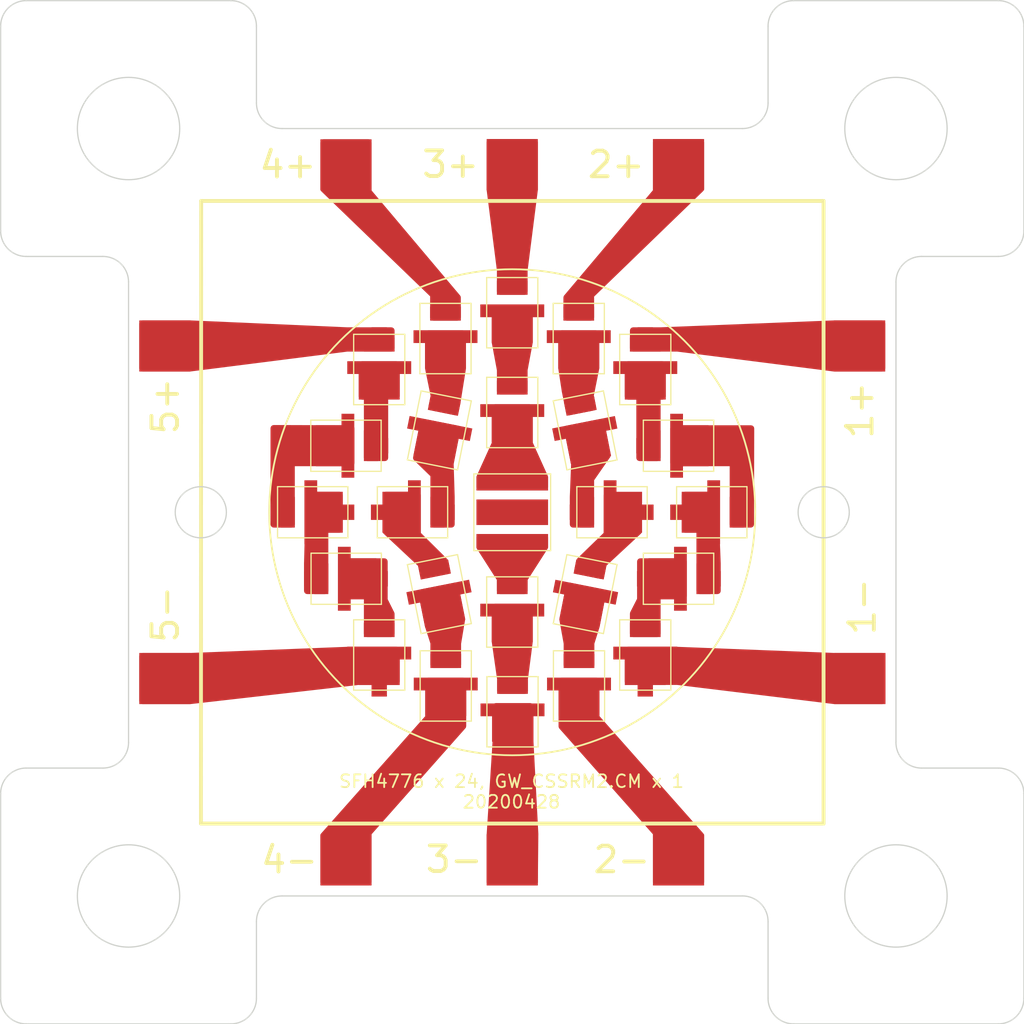
<source format=kicad_pcb>
(kicad_pcb (version 20171130) (host pcbnew 5.1.6~rc1+dfsg1-1)

  (general
    (thickness 1.6)
    (drawings 52)
    (tracks 0)
    (zones 0)
    (modules 35)
    (nets 31)
  )

  (page A4)
  (layers
    (0 F.Cu signal)
    (31 B.Cu signal hide)
    (32 B.Adhes user hide)
    (33 F.Adhes user)
    (34 B.Paste user hide)
    (35 F.Paste user)
    (36 B.SilkS user hide)
    (37 F.SilkS user)
    (38 B.Mask user hide)
    (39 F.Mask user)
    (40 Dwgs.User user hide)
    (41 Cmts.User user hide)
    (42 Eco1.User user hide)
    (43 Eco2.User user hide)
    (44 Edge.Cuts user)
    (45 Margin user hide)
    (46 B.CrtYd user hide)
    (47 F.CrtYd user hide)
    (48 B.Fab user hide)
    (49 F.Fab user hide)
  )

  (setup
    (last_trace_width 0.25)
    (trace_clearance 0.2)
    (zone_clearance 0.254)
    (zone_45_only no)
    (trace_min 0.2)
    (via_size 0.8)
    (via_drill 0.4)
    (via_min_size 0.4)
    (via_min_drill 0.3)
    (uvia_size 0.3)
    (uvia_drill 0.1)
    (uvias_allowed no)
    (uvia_min_size 0.2)
    (uvia_min_drill 0.1)
    (edge_width 0.2)
    (segment_width 0.2)
    (pcb_text_width 0.3)
    (pcb_text_size 1.5 1.5)
    (mod_edge_width 0.15)
    (mod_text_size 1 1)
    (mod_text_width 0.15)
    (pad_size 2 2)
    (pad_drill 0)
    (pad_to_mask_clearance 0.051)
    (solder_mask_min_width 0.25)
    (aux_axis_origin 112.09 107.95)
    (visible_elements FFFFFF7F)
    (pcbplotparams
      (layerselection 0x010a8_7fffffff)
      (usegerberextensions false)
      (usegerberattributes false)
      (usegerberadvancedattributes false)
      (creategerberjobfile false)
      (excludeedgelayer true)
      (linewidth 0.100000)
      (plotframeref false)
      (viasonmask false)
      (mode 1)
      (useauxorigin false)
      (hpglpennumber 1)
      (hpglpenspeed 20)
      (hpglpendiameter 15.000000)
      (psnegative false)
      (psa4output false)
      (plotreference true)
      (plotvalue true)
      (plotinvisibletext false)
      (padsonsilk false)
      (subtractmaskfromsilk false)
      (outputformat 1)
      (mirror false)
      (drillshape 0)
      (scaleselection 1)
      (outputdirectory "gerber_files"))
  )

  (net 0 "")
  (net 1 "Net-(D1-Pad1)")
  (net 2 "Net-(D1-Pad2)")
  (net 3 "Net-(D2-Pad1)")
  (net 4 "Net-(D3-Pad1)")
  (net 5 "Net-(D4-Pad1)")
  (net 6 "Net-(D10-Pad1)")
  (net 7 "Net-(D6-Pad1)")
  (net 8 "Net-(D7-Pad1)")
  (net 9 "Net-(D8-Pad1)")
  (net 10 "Net-(D10-Pad2)")
  (net 11 "Net-(D11-Pad2)")
  (net 12 "Net-(D11-Pad1)")
  (net 13 "Net-(D12-Pad1)")
  (net 14 "Net-(D13-Pad1)")
  (net 15 "Net-(D14-Pad1)")
  (net 16 "Net-(D15-Pad1)")
  (net 17 "Net-(D16-Pad1)")
  (net 18 "Net-(D16-Pad2)")
  (net 19 "Net-(D17-Pad1)")
  (net 20 "Net-(D18-Pad1)")
  (net 21 "Net-(D19-Pad1)")
  (net 22 "Net-(D20-Pad1)")
  (net 23 "Net-(D21-Pad1)")
  (net 24 "Net-(D22-Pad1)")
  (net 25 "Net-(D23-Pad1)")
  (net 26 "Net-(D24-Pad1)")
  (net 27 "Net-(D5-Pad1)")
  (net 28 "Net-(D6-Pad2)")
  (net 29 "Net-(D21-Pad2)")
  (net 30 "Net-(D25-Pad1)")

  (net_class Default "This is the default net class."
    (clearance 0.2)
    (trace_width 0.25)
    (via_dia 0.8)
    (via_drill 0.4)
    (uvia_dia 0.3)
    (uvia_drill 0.1)
    (add_net "Net-(D1-Pad1)")
    (add_net "Net-(D1-Pad2)")
    (add_net "Net-(D10-Pad1)")
    (add_net "Net-(D10-Pad2)")
    (add_net "Net-(D11-Pad1)")
    (add_net "Net-(D11-Pad2)")
    (add_net "Net-(D12-Pad1)")
    (add_net "Net-(D13-Pad1)")
    (add_net "Net-(D14-Pad1)")
    (add_net "Net-(D15-Pad1)")
    (add_net "Net-(D16-Pad1)")
    (add_net "Net-(D16-Pad2)")
    (add_net "Net-(D17-Pad1)")
    (add_net "Net-(D18-Pad1)")
    (add_net "Net-(D19-Pad1)")
    (add_net "Net-(D2-Pad1)")
    (add_net "Net-(D20-Pad1)")
    (add_net "Net-(D21-Pad1)")
    (add_net "Net-(D21-Pad2)")
    (add_net "Net-(D22-Pad1)")
    (add_net "Net-(D23-Pad1)")
    (add_net "Net-(D24-Pad1)")
    (add_net "Net-(D25-Pad1)")
    (add_net "Net-(D3-Pad1)")
    (add_net "Net-(D4-Pad1)")
    (add_net "Net-(D5-Pad1)")
    (add_net "Net-(D6-Pad1)")
    (add_net "Net-(D6-Pad2)")
    (add_net "Net-(D7-Pad1)")
    (add_net "Net-(D8-Pad1)")
  )

  (module OSRAM:LED-GWCSSRM2.CM_OSRAM (layer F.Cu) (tedit 5CA9A78A) (tstamp 5EA768C5)
    (at 112.09 107.95 90)
    (path /5C9679DC)
    (fp_text reference D13 (at 1.77 1.91 270) (layer F.SilkS) hide
      (effects (font (size 0.6 0.6) (thickness 0.1)))
    )
    (fp_text value GW_CSSRM2.CM (at 0 -3.2 270) (layer F.Fab)
      (effects (font (size 1 1) (thickness 0.15)))
    )
    (fp_line (start -1.5 -1.5) (end 1.5 -1.5) (layer F.SilkS) (width 0.05))
    (fp_line (start 1.5 -1.5) (end 1.5 1.5) (layer F.SilkS) (width 0.05))
    (fp_line (start -1.5 1.5) (end 1.5 1.5) (layer F.SilkS) (width 0.05))
    (fp_line (start -1.5 -1.5) (end -1.5 1.5) (layer F.SilkS) (width 0.05))
    (pad 2 smd rect (at 1.1 0 90) (size 0.4 2.6) (layers F.Paste)
      (net 13 "Net-(D12-Pad1)"))
    (pad 1 smd rect (at -1.1 0 90) (size 0.4 2.6) (layers F.Paste)
      (net 14 "Net-(D13-Pad1)"))
    (pad 3 smd rect (at 0 0.725 90) (size 0.9 1.15) (layers F.Paste))
    (pad 3 smd rect (at 0 -0.725 90) (size 0.9 1.15) (layers F.Paste))
    (pad 3 smd rect (at 0 0 90) (size 1 2.8) (layers F.Cu F.Mask)
      (solder_mask_margin 0.001) (solder_paste_margin -0.05) (zone_connect 2))
    (pad 2 smd rect (at 1.125 0 90) (size 0.55 2.8) (layers F.Cu F.Mask)
      (net 13 "Net-(D12-Pad1)") (solder_mask_margin 0.001) (solder_paste_margin -0.05) (zone_connect 2))
    (pad 1 smd rect (at -1.125 0 90) (size 0.55 2.8) (layers F.Cu F.Mask)
      (net 14 "Net-(D13-Pad1)") (solder_mask_margin 0.001) (solder_paste_margin -0.05) (zone_connect 2))
  )

  (module OSRAM:LED-SFH4776_OSRAM_fit (layer F.Cu) (tedit 5CE4E251) (tstamp 5CE5725D)
    (at 117.29 102.37 270)
    (tags "OSRAM IR broad band emitter")
    (path /5C967F8A)
    (solder_mask_margin 0.001)
    (attr smd)
    (fp_text reference D1 (at -3.265 0.005 90) (layer F.SilkS) hide
      (effects (font (size 0.6 0.6) (thickness 0.1)))
    )
    (fp_text value SFH4776 (at 0 -1.75 90) (layer F.Fab)
      (effects (font (size 0.5 0.5) (thickness 0.05)))
    )
    (fp_line (start -1.375 -1) (end 1.375 -1) (layer F.SilkS) (width 0.05))
    (fp_line (start 1.375 -1) (end 1.375 1) (layer F.SilkS) (width 0.05))
    (fp_line (start 1.375 1) (end -1.375 1) (layer F.SilkS) (width 0.05))
    (fp_line (start -1.375 1) (end -1.375 -1) (layer F.SilkS) (width 0.05))
    (pad 1 smd custom (at 0.425 0.725 270) (size 0.2 0.01) (layers F.Paste)
      (net 1 "Net-(D1-Pad1)") (zone_connect 0)
      (options (clearance outline) (anchor rect))
      (primitives
        (gr_poly (pts
           (xy -0.7 0.48) (xy -0.3 0.48) (xy -0.3 0.025) (xy 0.7 0.025) (xy 0.7 -0.625)
           (xy -0.7 -0.625)) (width 0))
      ))
    (pad 1 smd custom (at 0.425 -0.725 270) (size 0.2 0.01) (layers F.Paste)
      (net 1 "Net-(D1-Pad1)") (zone_connect 0)
      (options (clearance outline) (anchor rect))
      (primitives
        (gr_poly (pts
           (xy -0.7 -0.48) (xy -0.3 -0.48) (xy -0.3 -0.025) (xy 0.7 -0.025) (xy 0.7 0.625)
           (xy -0.7 0.625)) (width 0))
      ))
    (pad 1 smd rect (at 1.42 0 270) (size 0.3 0.5) (layers F.Paste)
      (net 1 "Net-(D1-Pad1)"))
    (pad 2 smd custom (at -1.275 0 270) (size 0.6 0.4) (layers F.Paste)
      (net 2 "Net-(D1-Pad2)") (zone_connect 0)
      (options (clearance outline) (anchor rect))
      (primitives
        (gr_poly (pts
           (xy -0.3 -0.25) (xy 0.1 -0.25) (xy 0.1 -0.55) (xy 0.5 -0.55) (xy 0.5 0.55)
           (xy 0.1 0.55) (xy 0.1 0.25) (xy -0.3 0.25)) (width 0))
      ))
    (pad 2 smd custom (at -1.275 0 270) (size 0.7 0.5) (layers F.Cu F.Mask)
      (net 2 "Net-(D1-Pad2)") (zone_connect 2)
      (options (clearance outline) (anchor rect))
      (primitives
        (gr_poly (pts
           (xy -0.375 -0.3) (xy 0.025 -0.3) (xy 0.025 -0.6) (xy 0.575 -0.6) (xy 0.575 0.6)
           (xy 0.025 0.6) (xy 0.025 0.3) (xy -0.375 0.3)) (width 0))
      ))
    (pad 1 smd custom (at 0.725 0 270) (size 1 0.5) (layers F.Cu F.Mask)
      (net 1 "Net-(D1-Pad1)") (zone_connect 2)
      (options (clearance outline) (anchor rect))
      (primitives
        (gr_poly (pts
           (xy -1.05 -1.25) (xy -0.55 -1.25) (xy -0.55 -0.8) (xy 0.45 -0.8) (xy 0.45 -0.3)
           (xy 0.9 -0.3) (xy 0.9 0.3) (xy 0.45 0.3) (xy 0.45 0.8) (xy -0.55 0.8)
           (xy -0.55 1.25) (xy -1.05 1.25)) (width 0))
      ))
  )

  (module OSRAM:LED-SFH4776_OSRAM_fit (layer F.Cu) (tedit 5CE4E251) (tstamp 5CE5726A)
    (at 118.59 105.35)
    (tags "OSRAM IR broad band emitter")
    (path /5C96542C)
    (solder_mask_margin 0.001)
    (attr smd)
    (fp_text reference D2 (at 2.556434 -0.033809) (layer F.SilkS) hide
      (effects (font (size 0.6 0.6) (thickness 0.1)))
    )
    (fp_text value SFH4776 (at 0 -1.75) (layer F.Fab)
      (effects (font (size 0.5 0.5) (thickness 0.05)))
    )
    (fp_line (start -1.375 1) (end -1.375 -1) (layer F.SilkS) (width 0.05))
    (fp_line (start 1.375 1) (end -1.375 1) (layer F.SilkS) (width 0.05))
    (fp_line (start 1.375 -1) (end 1.375 1) (layer F.SilkS) (width 0.05))
    (fp_line (start -1.375 -1) (end 1.375 -1) (layer F.SilkS) (width 0.05))
    (pad 1 smd custom (at 0.725 0) (size 1 0.5) (layers F.Cu F.Mask)
      (net 3 "Net-(D2-Pad1)") (zone_connect 2)
      (options (clearance outline) (anchor rect))
      (primitives
        (gr_poly (pts
           (xy -1.05 -1.25) (xy -0.55 -1.25) (xy -0.55 -0.8) (xy 0.45 -0.8) (xy 0.45 -0.3)
           (xy 0.9 -0.3) (xy 0.9 0.3) (xy 0.45 0.3) (xy 0.45 0.8) (xy -0.55 0.8)
           (xy -0.55 1.25) (xy -1.05 1.25)) (width 0))
      ))
    (pad 2 smd custom (at -1.275 0) (size 0.7 0.5) (layers F.Cu F.Mask)
      (net 1 "Net-(D1-Pad1)") (zone_connect 2)
      (options (clearance outline) (anchor rect))
      (primitives
        (gr_poly (pts
           (xy -0.375 -0.3) (xy 0.025 -0.3) (xy 0.025 -0.6) (xy 0.575 -0.6) (xy 0.575 0.6)
           (xy 0.025 0.6) (xy 0.025 0.3) (xy -0.375 0.3)) (width 0))
      ))
    (pad 2 smd custom (at -1.275 0) (size 0.6 0.4) (layers F.Paste)
      (net 1 "Net-(D1-Pad1)") (zone_connect 0)
      (options (clearance outline) (anchor rect))
      (primitives
        (gr_poly (pts
           (xy -0.3 -0.25) (xy 0.1 -0.25) (xy 0.1 -0.55) (xy 0.5 -0.55) (xy 0.5 0.55)
           (xy 0.1 0.55) (xy 0.1 0.25) (xy -0.3 0.25)) (width 0))
      ))
    (pad 1 smd rect (at 1.42 0) (size 0.3 0.5) (layers F.Paste)
      (net 3 "Net-(D2-Pad1)"))
    (pad 1 smd custom (at 0.425 -0.725) (size 0.2 0.01) (layers F.Paste)
      (net 3 "Net-(D2-Pad1)") (zone_connect 0)
      (options (clearance outline) (anchor rect))
      (primitives
        (gr_poly (pts
           (xy -0.7 -0.48) (xy -0.3 -0.48) (xy -0.3 -0.025) (xy 0.7 -0.025) (xy 0.7 0.625)
           (xy -0.7 0.625)) (width 0))
      ))
    (pad 1 smd custom (at 0.425 0.725) (size 0.2 0.01) (layers F.Paste)
      (net 3 "Net-(D2-Pad1)") (zone_connect 0)
      (options (clearance outline) (anchor rect))
      (primitives
        (gr_poly (pts
           (xy -0.7 0.48) (xy -0.3 0.48) (xy -0.3 0.025) (xy 0.7 0.025) (xy 0.7 -0.625)
           (xy -0.7 -0.625)) (width 0))
      ))
  )

  (module OSRAM:LED-SFH4776_OSRAM_fit (layer F.Cu) (tedit 5CE4E251) (tstamp 5CE57277)
    (at 119.89 107.95 180)
    (tags "OSRAM IR broad band emitter")
    (path /5C9679CE)
    (solder_mask_margin 0.001)
    (attr smd)
    (fp_text reference D3 (at -2.44 0.01 270) (layer F.SilkS) hide
      (effects (font (size 0.6 0.6) (thickness 0.1)))
    )
    (fp_text value SFH4776 (at 0 -1.75) (layer F.Fab)
      (effects (font (size 0.5 0.5) (thickness 0.05)))
    )
    (fp_line (start -1.375 1) (end -1.375 -1) (layer F.SilkS) (width 0.05))
    (fp_line (start 1.375 1) (end -1.375 1) (layer F.SilkS) (width 0.05))
    (fp_line (start 1.375 -1) (end 1.375 1) (layer F.SilkS) (width 0.05))
    (fp_line (start -1.375 -1) (end 1.375 -1) (layer F.SilkS) (width 0.05))
    (pad 1 smd custom (at 0.725 0 180) (size 1 0.5) (layers F.Cu F.Mask)
      (net 4 "Net-(D3-Pad1)") (zone_connect 2)
      (options (clearance outline) (anchor rect))
      (primitives
        (gr_poly (pts
           (xy -1.05 -1.25) (xy -0.55 -1.25) (xy -0.55 -0.8) (xy 0.45 -0.8) (xy 0.45 -0.3)
           (xy 0.9 -0.3) (xy 0.9 0.3) (xy 0.45 0.3) (xy 0.45 0.8) (xy -0.55 0.8)
           (xy -0.55 1.25) (xy -1.05 1.25)) (width 0))
      ))
    (pad 2 smd custom (at -1.275 0 180) (size 0.7 0.5) (layers F.Cu F.Mask)
      (net 3 "Net-(D2-Pad1)") (zone_connect 2)
      (options (clearance outline) (anchor rect))
      (primitives
        (gr_poly (pts
           (xy -0.375 -0.3) (xy 0.025 -0.3) (xy 0.025 -0.6) (xy 0.575 -0.6) (xy 0.575 0.6)
           (xy 0.025 0.6) (xy 0.025 0.3) (xy -0.375 0.3)) (width 0))
      ))
    (pad 2 smd custom (at -1.275 0 180) (size 0.6 0.4) (layers F.Paste)
      (net 3 "Net-(D2-Pad1)") (zone_connect 0)
      (options (clearance outline) (anchor rect))
      (primitives
        (gr_poly (pts
           (xy -0.3 -0.25) (xy 0.1 -0.25) (xy 0.1 -0.55) (xy 0.5 -0.55) (xy 0.5 0.55)
           (xy 0.1 0.55) (xy 0.1 0.25) (xy -0.3 0.25)) (width 0))
      ))
    (pad 1 smd rect (at 1.42 0 180) (size 0.3 0.5) (layers F.Paste)
      (net 4 "Net-(D3-Pad1)"))
    (pad 1 smd custom (at 0.425 -0.725 180) (size 0.2 0.01) (layers F.Paste)
      (net 4 "Net-(D3-Pad1)") (zone_connect 0)
      (options (clearance outline) (anchor rect))
      (primitives
        (gr_poly (pts
           (xy -0.7 -0.48) (xy -0.3 -0.48) (xy -0.3 -0.025) (xy 0.7 -0.025) (xy 0.7 0.625)
           (xy -0.7 0.625)) (width 0))
      ))
    (pad 1 smd custom (at 0.425 0.725 180) (size 0.2 0.01) (layers F.Paste)
      (net 4 "Net-(D3-Pad1)") (zone_connect 0)
      (options (clearance outline) (anchor rect))
      (primitives
        (gr_poly (pts
           (xy -0.7 0.48) (xy -0.3 0.48) (xy -0.3 0.025) (xy 0.7 0.025) (xy 0.7 -0.625)
           (xy -0.7 -0.625)) (width 0))
      ))
  )

  (module OSRAM:LED-SFH4776_OSRAM_fit (layer F.Cu) (tedit 5CE4E251) (tstamp 5CE57284)
    (at 118.59 110.55 180)
    (tags "OSRAM IR broad band emitter")
    (path /5C967CDF)
    (solder_mask_margin 0.001)
    (attr smd)
    (fp_text reference D4 (at 2.587693 0.10745) (layer F.SilkS) hide
      (effects (font (size 0.6 0.6) (thickness 0.1)))
    )
    (fp_text value SFH4776 (at 0 -1.75) (layer F.Fab)
      (effects (font (size 0.5 0.5) (thickness 0.05)))
    )
    (fp_line (start -1.375 1) (end -1.375 -1) (layer F.SilkS) (width 0.05))
    (fp_line (start 1.375 1) (end -1.375 1) (layer F.SilkS) (width 0.05))
    (fp_line (start 1.375 -1) (end 1.375 1) (layer F.SilkS) (width 0.05))
    (fp_line (start -1.375 -1) (end 1.375 -1) (layer F.SilkS) (width 0.05))
    (pad 1 smd custom (at 0.725 0 180) (size 1 0.5) (layers F.Cu F.Mask)
      (net 5 "Net-(D4-Pad1)") (zone_connect 2)
      (options (clearance outline) (anchor rect))
      (primitives
        (gr_poly (pts
           (xy -1.05 -1.25) (xy -0.55 -1.25) (xy -0.55 -0.8) (xy 0.45 -0.8) (xy 0.45 -0.3)
           (xy 0.9 -0.3) (xy 0.9 0.3) (xy 0.45 0.3) (xy 0.45 0.8) (xy -0.55 0.8)
           (xy -0.55 1.25) (xy -1.05 1.25)) (width 0))
      ))
    (pad 2 smd custom (at -1.275 0 180) (size 0.7 0.5) (layers F.Cu F.Mask)
      (net 4 "Net-(D3-Pad1)") (zone_connect 2)
      (options (clearance outline) (anchor rect))
      (primitives
        (gr_poly (pts
           (xy -0.375 -0.3) (xy 0.025 -0.3) (xy 0.025 -0.6) (xy 0.575 -0.6) (xy 0.575 0.6)
           (xy 0.025 0.6) (xy 0.025 0.3) (xy -0.375 0.3)) (width 0))
      ))
    (pad 2 smd custom (at -1.275 0 180) (size 0.6 0.4) (layers F.Paste)
      (net 4 "Net-(D3-Pad1)") (zone_connect 0)
      (options (clearance outline) (anchor rect))
      (primitives
        (gr_poly (pts
           (xy -0.3 -0.25) (xy 0.1 -0.25) (xy 0.1 -0.55) (xy 0.5 -0.55) (xy 0.5 0.55)
           (xy 0.1 0.55) (xy 0.1 0.25) (xy -0.3 0.25)) (width 0))
      ))
    (pad 1 smd rect (at 1.42 0 180) (size 0.3 0.5) (layers F.Paste)
      (net 5 "Net-(D4-Pad1)"))
    (pad 1 smd custom (at 0.425 -0.725 180) (size 0.2 0.01) (layers F.Paste)
      (net 5 "Net-(D4-Pad1)") (zone_connect 0)
      (options (clearance outline) (anchor rect))
      (primitives
        (gr_poly (pts
           (xy -0.7 -0.48) (xy -0.3 -0.48) (xy -0.3 -0.025) (xy 0.7 -0.025) (xy 0.7 0.625)
           (xy -0.7 0.625)) (width 0))
      ))
    (pad 1 smd custom (at 0.425 0.725 180) (size 0.2 0.01) (layers F.Paste)
      (net 5 "Net-(D4-Pad1)") (zone_connect 0)
      (options (clearance outline) (anchor rect))
      (primitives
        (gr_poly (pts
           (xy -0.7 0.48) (xy -0.3 0.48) (xy -0.3 0.025) (xy 0.7 0.025) (xy 0.7 -0.625)
           (xy -0.7 -0.625)) (width 0))
      ))
  )

  (module OSRAM:LED-SFH4776_OSRAM_fit (layer F.Cu) (tedit 5CE4E251) (tstamp 5CE57291)
    (at 117.29 113.53 270)
    (tags "OSRAM IR broad band emitter")
    (path /5C967D02)
    (solder_mask_margin 0.001)
    (attr smd)
    (fp_text reference D5 (at 3.46 0.01 90) (layer F.SilkS) hide
      (effects (font (size 0.6 0.6) (thickness 0.1)))
    )
    (fp_text value SFH4776 (at 0 -1.75 90) (layer F.Fab)
      (effects (font (size 0.5 0.5) (thickness 0.05)))
    )
    (fp_line (start -1.375 1) (end -1.375 -1) (layer F.SilkS) (width 0.05))
    (fp_line (start 1.375 1) (end -1.375 1) (layer F.SilkS) (width 0.05))
    (fp_line (start 1.375 -1) (end 1.375 1) (layer F.SilkS) (width 0.05))
    (fp_line (start -1.375 -1) (end 1.375 -1) (layer F.SilkS) (width 0.05))
    (pad 1 smd custom (at 0.725 0 270) (size 1 0.5) (layers F.Cu F.Mask)
      (net 27 "Net-(D5-Pad1)") (zone_connect 2)
      (options (clearance outline) (anchor rect))
      (primitives
        (gr_poly (pts
           (xy -1.05 -1.25) (xy -0.55 -1.25) (xy -0.55 -0.8) (xy 0.45 -0.8) (xy 0.45 -0.3)
           (xy 0.9 -0.3) (xy 0.9 0.3) (xy 0.45 0.3) (xy 0.45 0.8) (xy -0.55 0.8)
           (xy -0.55 1.25) (xy -1.05 1.25)) (width 0))
      ))
    (pad 2 smd custom (at -1.275 0 270) (size 0.7 0.5) (layers F.Cu F.Mask)
      (net 5 "Net-(D4-Pad1)") (zone_connect 2)
      (options (clearance outline) (anchor rect))
      (primitives
        (gr_poly (pts
           (xy -0.375 -0.3) (xy 0.025 -0.3) (xy 0.025 -0.6) (xy 0.575 -0.6) (xy 0.575 0.6)
           (xy 0.025 0.6) (xy 0.025 0.3) (xy -0.375 0.3)) (width 0))
      ))
    (pad 2 smd custom (at -1.275 0 270) (size 0.6 0.4) (layers F.Paste)
      (net 5 "Net-(D4-Pad1)") (zone_connect 0)
      (options (clearance outline) (anchor rect))
      (primitives
        (gr_poly (pts
           (xy -0.3 -0.25) (xy 0.1 -0.25) (xy 0.1 -0.55) (xy 0.5 -0.55) (xy 0.5 0.55)
           (xy 0.1 0.55) (xy 0.1 0.25) (xy -0.3 0.25)) (width 0))
      ))
    (pad 1 smd rect (at 1.42 0 270) (size 0.3 0.5) (layers F.Paste)
      (net 27 "Net-(D5-Pad1)"))
    (pad 1 smd custom (at 0.425 -0.725 270) (size 0.2 0.01) (layers F.Paste)
      (net 27 "Net-(D5-Pad1)") (zone_connect 0)
      (options (clearance outline) (anchor rect))
      (primitives
        (gr_poly (pts
           (xy -0.7 -0.48) (xy -0.3 -0.48) (xy -0.3 -0.025) (xy 0.7 -0.025) (xy 0.7 0.625)
           (xy -0.7 0.625)) (width 0))
      ))
    (pad 1 smd custom (at 0.425 0.725 270) (size 0.2 0.01) (layers F.Paste)
      (net 27 "Net-(D5-Pad1)") (zone_connect 0)
      (options (clearance outline) (anchor rect))
      (primitives
        (gr_poly (pts
           (xy -0.7 0.48) (xy -0.3 0.48) (xy -0.3 0.025) (xy 0.7 0.025) (xy 0.7 -0.625)
           (xy -0.7 -0.625)) (width 0))
      ))
  )

  (module OSRAM:LED-SFH4776_OSRAM_fit (layer F.Cu) (tedit 5CE4E251) (tstamp 5CE5729E)
    (at 114.69 101.16 270)
    (tags "OSRAM IR broad band emitter")
    (path /5C967F91)
    (solder_mask_margin 0.001)
    (attr smd)
    (fp_text reference D6 (at -3.18 0.02 90) (layer F.SilkS) hide
      (effects (font (size 0.6 0.6) (thickness 0.1)))
    )
    (fp_text value SFH4776 (at 0 -1.75 90) (layer F.Fab)
      (effects (font (size 0.5 0.5) (thickness 0.05)))
    )
    (fp_line (start -1.375 1) (end -1.375 -1) (layer F.SilkS) (width 0.05))
    (fp_line (start 1.375 1) (end -1.375 1) (layer F.SilkS) (width 0.05))
    (fp_line (start 1.375 -1) (end 1.375 1) (layer F.SilkS) (width 0.05))
    (fp_line (start -1.375 -1) (end 1.375 -1) (layer F.SilkS) (width 0.05))
    (pad 1 smd custom (at 0.725 0 270) (size 1 0.5) (layers F.Cu F.Mask)
      (net 7 "Net-(D6-Pad1)") (zone_connect 2)
      (options (clearance outline) (anchor rect))
      (primitives
        (gr_poly (pts
           (xy -1.05 -1.25) (xy -0.55 -1.25) (xy -0.55 -0.8) (xy 0.45 -0.8) (xy 0.45 -0.3)
           (xy 0.9 -0.3) (xy 0.9 0.3) (xy 0.45 0.3) (xy 0.45 0.8) (xy -0.55 0.8)
           (xy -0.55 1.25) (xy -1.05 1.25)) (width 0))
      ))
    (pad 2 smd custom (at -1.275 0 270) (size 0.7 0.5) (layers F.Cu F.Mask)
      (net 28 "Net-(D6-Pad2)") (zone_connect 2)
      (options (clearance outline) (anchor rect))
      (primitives
        (gr_poly (pts
           (xy -0.375 -0.3) (xy 0.025 -0.3) (xy 0.025 -0.6) (xy 0.575 -0.6) (xy 0.575 0.6)
           (xy 0.025 0.6) (xy 0.025 0.3) (xy -0.375 0.3)) (width 0))
      ))
    (pad 2 smd custom (at -1.275 0 270) (size 0.6 0.4) (layers F.Paste)
      (net 28 "Net-(D6-Pad2)") (zone_connect 0)
      (options (clearance outline) (anchor rect))
      (primitives
        (gr_poly (pts
           (xy -0.3 -0.25) (xy 0.1 -0.25) (xy 0.1 -0.55) (xy 0.5 -0.55) (xy 0.5 0.55)
           (xy 0.1 0.55) (xy 0.1 0.25) (xy -0.3 0.25)) (width 0))
      ))
    (pad 1 smd rect (at 1.42 0 270) (size 0.3 0.5) (layers F.Paste)
      (net 7 "Net-(D6-Pad1)"))
    (pad 1 smd custom (at 0.425 -0.725 270) (size 0.2 0.01) (layers F.Paste)
      (net 7 "Net-(D6-Pad1)") (zone_connect 0)
      (options (clearance outline) (anchor rect))
      (primitives
        (gr_poly (pts
           (xy -0.7 -0.48) (xy -0.3 -0.48) (xy -0.3 -0.025) (xy 0.7 -0.025) (xy 0.7 0.625)
           (xy -0.7 0.625)) (width 0))
      ))
    (pad 1 smd custom (at 0.425 0.725 270) (size 0.2 0.01) (layers F.Paste)
      (net 7 "Net-(D6-Pad1)") (zone_connect 0)
      (options (clearance outline) (anchor rect))
      (primitives
        (gr_poly (pts
           (xy -0.7 0.48) (xy -0.3 0.48) (xy -0.3 0.025) (xy 0.7 0.025) (xy 0.7 -0.625)
           (xy -0.7 -0.625)) (width 0))
      ))
  )

  (module OSRAM:LED-SFH4776_OSRAM_fit (layer F.Cu) (tedit 5CE4E251) (tstamp 5CE572AB)
    (at 114.94 104.75 281.2)
    (tags "OSRAM IR broad band emitter")
    (path /5C967555)
    (solder_mask_margin 0.001)
    (attr smd)
    (fp_text reference D7 (at 2.261081 0.003781 101.2) (layer F.SilkS) hide
      (effects (font (size 0.6 0.6) (thickness 0.1)))
    )
    (fp_text value SFH4776 (at 0 -1.75 101.2) (layer F.Fab)
      (effects (font (size 0.5 0.5) (thickness 0.05)))
    )
    (fp_line (start -1.375 -1) (end 1.375 -1) (layer F.SilkS) (width 0.05))
    (fp_line (start 1.375 -1) (end 1.375 1) (layer F.SilkS) (width 0.05))
    (fp_line (start 1.375 1) (end -1.375 1) (layer F.SilkS) (width 0.05))
    (fp_line (start -1.375 1) (end -1.375 -1) (layer F.SilkS) (width 0.05))
    (pad 1 smd custom (at 0.425 0.725 281.2) (size 0.2 0.01) (layers F.Paste)
      (net 8 "Net-(D7-Pad1)") (zone_connect 0)
      (options (clearance outline) (anchor rect))
      (primitives
        (gr_poly (pts
           (xy -0.7 0.48) (xy -0.3 0.48) (xy -0.3 0.025) (xy 0.7 0.025) (xy 0.7 -0.625)
           (xy -0.7 -0.625)) (width 0))
      ))
    (pad 1 smd custom (at 0.425 -0.725 281.2) (size 0.2 0.01) (layers F.Paste)
      (net 8 "Net-(D7-Pad1)") (zone_connect 0)
      (options (clearance outline) (anchor rect))
      (primitives
        (gr_poly (pts
           (xy -0.7 -0.48) (xy -0.3 -0.48) (xy -0.3 -0.025) (xy 0.7 -0.025) (xy 0.7 0.625)
           (xy -0.7 0.625)) (width 0))
      ))
    (pad 1 smd rect (at 1.42 0 281.2) (size 0.3 0.5) (layers F.Paste)
      (net 8 "Net-(D7-Pad1)"))
    (pad 2 smd custom (at -1.275 0 281.2) (size 0.6 0.4) (layers F.Paste)
      (net 7 "Net-(D6-Pad1)") (zone_connect 0)
      (options (clearance outline) (anchor rect))
      (primitives
        (gr_poly (pts
           (xy -0.3 -0.25) (xy 0.1 -0.25) (xy 0.1 -0.55) (xy 0.5 -0.55) (xy 0.5 0.55)
           (xy 0.1 0.55) (xy 0.1 0.25) (xy -0.3 0.25)) (width 0))
      ))
    (pad 2 smd custom (at -1.275 0 281.2) (size 0.7 0.5) (layers F.Cu F.Mask)
      (net 7 "Net-(D6-Pad1)") (zone_connect 2)
      (options (clearance outline) (anchor rect))
      (primitives
        (gr_poly (pts
           (xy -0.375 -0.3) (xy 0.025 -0.3) (xy 0.025 -0.6) (xy 0.575 -0.6) (xy 0.575 0.6)
           (xy 0.025 0.6) (xy 0.025 0.3) (xy -0.375 0.3)) (width 0))
      ))
    (pad 1 smd custom (at 0.725 0 281.2) (size 1 0.5) (layers F.Cu F.Mask)
      (net 8 "Net-(D7-Pad1)") (zone_connect 2)
      (options (clearance outline) (anchor rect))
      (primitives
        (gr_poly (pts
           (xy -1.05 -1.25) (xy -0.55 -1.25) (xy -0.55 -0.8) (xy 0.45 -0.8) (xy 0.45 -0.3)
           (xy 0.9 -0.3) (xy 0.9 0.3) (xy 0.45 0.3) (xy 0.45 0.8) (xy -0.55 0.8)
           (xy -0.55 1.25) (xy -1.05 1.25)) (width 0))
      ))
  )

  (module OSRAM:LED-SFH4776_OSRAM_fit (layer F.Cu) (tedit 5CE4E251) (tstamp 5CE572B8)
    (at 115.99 107.95)
    (tags "OSRAM IR broad band emitter")
    (path /5C9679D5)
    (solder_mask_margin 0.001)
    (attr smd)
    (fp_text reference D8 (at -2.03 0.01 270) (layer F.SilkS) hide
      (effects (font (size 0.6 0.6) (thickness 0.1)))
    )
    (fp_text value SFH4776 (at 0 -1.75) (layer F.Fab)
      (effects (font (size 0.5 0.5) (thickness 0.05)))
    )
    (fp_line (start -1.375 -1) (end 1.375 -1) (layer F.SilkS) (width 0.05))
    (fp_line (start 1.375 -1) (end 1.375 1) (layer F.SilkS) (width 0.05))
    (fp_line (start 1.375 1) (end -1.375 1) (layer F.SilkS) (width 0.05))
    (fp_line (start -1.375 1) (end -1.375 -1) (layer F.SilkS) (width 0.05))
    (pad 1 smd custom (at 0.425 0.725) (size 0.2 0.01) (layers F.Paste)
      (net 9 "Net-(D8-Pad1)") (zone_connect 0)
      (options (clearance outline) (anchor rect))
      (primitives
        (gr_poly (pts
           (xy -0.7 0.48) (xy -0.3 0.48) (xy -0.3 0.025) (xy 0.7 0.025) (xy 0.7 -0.625)
           (xy -0.7 -0.625)) (width 0))
      ))
    (pad 1 smd custom (at 0.425 -0.725) (size 0.2 0.01) (layers F.Paste)
      (net 9 "Net-(D8-Pad1)") (zone_connect 0)
      (options (clearance outline) (anchor rect))
      (primitives
        (gr_poly (pts
           (xy -0.7 -0.48) (xy -0.3 -0.48) (xy -0.3 -0.025) (xy 0.7 -0.025) (xy 0.7 0.625)
           (xy -0.7 0.625)) (width 0))
      ))
    (pad 1 smd rect (at 1.42 0) (size 0.3 0.5) (layers F.Paste)
      (net 9 "Net-(D8-Pad1)"))
    (pad 2 smd custom (at -1.275 0) (size 0.6 0.4) (layers F.Paste)
      (net 8 "Net-(D7-Pad1)") (zone_connect 0)
      (options (clearance outline) (anchor rect))
      (primitives
        (gr_poly (pts
           (xy -0.3 -0.25) (xy 0.1 -0.25) (xy 0.1 -0.55) (xy 0.5 -0.55) (xy 0.5 0.55)
           (xy 0.1 0.55) (xy 0.1 0.25) (xy -0.3 0.25)) (width 0))
      ))
    (pad 2 smd custom (at -1.275 0) (size 0.7 0.5) (layers F.Cu F.Mask)
      (net 8 "Net-(D7-Pad1)") (zone_connect 2)
      (options (clearance outline) (anchor rect))
      (primitives
        (gr_poly (pts
           (xy -0.375 -0.3) (xy 0.025 -0.3) (xy 0.025 -0.6) (xy 0.575 -0.6) (xy 0.575 0.6)
           (xy 0.025 0.6) (xy 0.025 0.3) (xy -0.375 0.3)) (width 0))
      ))
    (pad 1 smd custom (at 0.725 0) (size 1 0.5) (layers F.Cu F.Mask)
      (net 9 "Net-(D8-Pad1)") (zone_connect 2)
      (options (clearance outline) (anchor rect))
      (primitives
        (gr_poly (pts
           (xy -1.05 -1.25) (xy -0.55 -1.25) (xy -0.55 -0.8) (xy 0.45 -0.8) (xy 0.45 -0.3)
           (xy 0.9 -0.3) (xy 0.9 0.3) (xy 0.45 0.3) (xy 0.45 0.8) (xy -0.55 0.8)
           (xy -0.55 1.25) (xy -1.05 1.25)) (width 0))
      ))
  )

  (module OSRAM:LED-SFH4776_OSRAM_fit (layer F.Cu) (tedit 5CE4E251) (tstamp 5CE572C5)
    (at 114.94 111.15 258.8)
    (tags "OSRAM IR broad band emitter")
    (path /5C967CE6)
    (solder_mask_margin 0.001)
    (attr smd)
    (fp_text reference D9 (at -2.546994 0.011115 78.8) (layer F.SilkS) hide
      (effects (font (size 0.6 0.6) (thickness 0.1)))
    )
    (fp_text value SFH4776 (at 0 -1.75 78.8) (layer F.Fab)
      (effects (font (size 0.5 0.5) (thickness 0.05)))
    )
    (fp_line (start -1.375 -1) (end 1.375 -1) (layer F.SilkS) (width 0.05))
    (fp_line (start 1.375 -1) (end 1.375 1) (layer F.SilkS) (width 0.05))
    (fp_line (start 1.375 1) (end -1.375 1) (layer F.SilkS) (width 0.05))
    (fp_line (start -1.375 1) (end -1.375 -1) (layer F.SilkS) (width 0.05))
    (pad 1 smd custom (at 0.425 0.725 258.8) (size 0.2 0.01) (layers F.Paste)
      (net 10 "Net-(D10-Pad2)") (zone_connect 0)
      (options (clearance outline) (anchor rect))
      (primitives
        (gr_poly (pts
           (xy -0.7 0.48) (xy -0.3 0.48) (xy -0.3 0.025) (xy 0.7 0.025) (xy 0.7 -0.625)
           (xy -0.7 -0.625)) (width 0))
      ))
    (pad 1 smd custom (at 0.425 -0.725 258.8) (size 0.2 0.01) (layers F.Paste)
      (net 10 "Net-(D10-Pad2)") (zone_connect 0)
      (options (clearance outline) (anchor rect))
      (primitives
        (gr_poly (pts
           (xy -0.7 -0.48) (xy -0.3 -0.48) (xy -0.3 -0.025) (xy 0.7 -0.025) (xy 0.7 0.625)
           (xy -0.7 0.625)) (width 0))
      ))
    (pad 1 smd rect (at 1.42 0 258.8) (size 0.3 0.5) (layers F.Paste)
      (net 10 "Net-(D10-Pad2)"))
    (pad 2 smd custom (at -1.275 0 258.8) (size 0.6 0.4) (layers F.Paste)
      (net 9 "Net-(D8-Pad1)") (zone_connect 0)
      (options (clearance outline) (anchor rect))
      (primitives
        (gr_poly (pts
           (xy -0.3 -0.25) (xy 0.1 -0.25) (xy 0.1 -0.55) (xy 0.5 -0.55) (xy 0.5 0.55)
           (xy 0.1 0.55) (xy 0.1 0.25) (xy -0.3 0.25)) (width 0))
      ))
    (pad 2 smd custom (at -1.275 0 258.8) (size 0.7 0.5) (layers F.Cu F.Mask)
      (net 9 "Net-(D8-Pad1)") (zone_connect 2)
      (options (clearance outline) (anchor rect))
      (primitives
        (gr_poly (pts
           (xy -0.375 -0.3) (xy 0.025 -0.3) (xy 0.025 -0.6) (xy 0.575 -0.6) (xy 0.575 0.6)
           (xy 0.025 0.6) (xy 0.025 0.3) (xy -0.375 0.3)) (width 0))
      ))
    (pad 1 smd custom (at 0.725 0 258.8) (size 1 0.5) (layers F.Cu F.Mask)
      (net 10 "Net-(D10-Pad2)") (zone_connect 2)
      (options (clearance outline) (anchor rect))
      (primitives
        (gr_poly (pts
           (xy -1.05 -1.25) (xy -0.55 -1.25) (xy -0.55 -0.8) (xy 0.45 -0.8) (xy 0.45 -0.3)
           (xy 0.9 -0.3) (xy 0.9 0.3) (xy 0.45 0.3) (xy 0.45 0.8) (xy -0.55 0.8)
           (xy -0.55 1.25) (xy -1.05 1.25)) (width 0))
      ))
  )

  (module OSRAM:LED-SFH4776_OSRAM_fit (layer F.Cu) (tedit 5CE4E251) (tstamp 5CE572D2)
    (at 114.7 114.74 270)
    (tags "OSRAM IR broad band emitter")
    (path /5C967D09)
    (solder_mask_margin 0.001)
    (attr smd)
    (fp_text reference D10 (at 3.58 0.01 90) (layer F.SilkS) hide
      (effects (font (size 0.6 0.6) (thickness 0.1)))
    )
    (fp_text value SFH4776 (at 0 -1.75 90) (layer F.Fab)
      (effects (font (size 0.5 0.5) (thickness 0.05)))
    )
    (fp_line (start -1.375 -1) (end 1.375 -1) (layer F.SilkS) (width 0.05))
    (fp_line (start 1.375 -1) (end 1.375 1) (layer F.SilkS) (width 0.05))
    (fp_line (start 1.375 1) (end -1.375 1) (layer F.SilkS) (width 0.05))
    (fp_line (start -1.375 1) (end -1.375 -1) (layer F.SilkS) (width 0.05))
    (pad 1 smd custom (at 0.425 0.725 270) (size 0.2 0.01) (layers F.Paste)
      (net 6 "Net-(D10-Pad1)") (zone_connect 0)
      (options (clearance outline) (anchor rect))
      (primitives
        (gr_poly (pts
           (xy -0.7 0.48) (xy -0.3 0.48) (xy -0.3 0.025) (xy 0.7 0.025) (xy 0.7 -0.625)
           (xy -0.7 -0.625)) (width 0))
      ))
    (pad 1 smd custom (at 0.425 -0.725 270) (size 0.2 0.01) (layers F.Paste)
      (net 6 "Net-(D10-Pad1)") (zone_connect 0)
      (options (clearance outline) (anchor rect))
      (primitives
        (gr_poly (pts
           (xy -0.7 -0.48) (xy -0.3 -0.48) (xy -0.3 -0.025) (xy 0.7 -0.025) (xy 0.7 0.625)
           (xy -0.7 0.625)) (width 0))
      ))
    (pad 1 smd rect (at 1.42 0 270) (size 0.3 0.5) (layers F.Paste)
      (net 6 "Net-(D10-Pad1)"))
    (pad 2 smd custom (at -1.275 0 270) (size 0.6 0.4) (layers F.Paste)
      (net 10 "Net-(D10-Pad2)") (zone_connect 0)
      (options (clearance outline) (anchor rect))
      (primitives
        (gr_poly (pts
           (xy -0.3 -0.25) (xy 0.1 -0.25) (xy 0.1 -0.55) (xy 0.5 -0.55) (xy 0.5 0.55)
           (xy 0.1 0.55) (xy 0.1 0.25) (xy -0.3 0.25)) (width 0))
      ))
    (pad 2 smd custom (at -1.275 0 270) (size 0.7 0.5) (layers F.Cu F.Mask)
      (net 10 "Net-(D10-Pad2)") (zone_connect 2)
      (options (clearance outline) (anchor rect))
      (primitives
        (gr_poly (pts
           (xy -0.375 -0.3) (xy 0.025 -0.3) (xy 0.025 -0.6) (xy 0.575 -0.6) (xy 0.575 0.6)
           (xy 0.025 0.6) (xy 0.025 0.3) (xy -0.375 0.3)) (width 0))
      ))
    (pad 1 smd custom (at 0.725 0 270) (size 1 0.5) (layers F.Cu F.Mask)
      (net 6 "Net-(D10-Pad1)") (zone_connect 2)
      (options (clearance outline) (anchor rect))
      (primitives
        (gr_poly (pts
           (xy -1.05 -1.25) (xy -0.55 -1.25) (xy -0.55 -0.8) (xy 0.45 -0.8) (xy 0.45 -0.3)
           (xy 0.9 -0.3) (xy 0.9 0.3) (xy 0.45 0.3) (xy 0.45 0.8) (xy -0.55 0.8)
           (xy -0.55 1.25) (xy -1.05 1.25)) (width 0))
      ))
  )

  (module OSRAM:LED-SFH4776_OSRAM_fit (layer F.Cu) (tedit 5CE4E251) (tstamp 5CE572DF)
    (at 112.09 100.15 270)
    (tags "OSRAM IR broad band emitter")
    (path /5C967F98)
    (solder_mask_margin 0.001)
    (attr smd)
    (fp_text reference D11 (at -2.38 0.05) (layer F.SilkS) hide
      (effects (font (size 0.6 0.6) (thickness 0.1)))
    )
    (fp_text value SFH4776 (at 0 -1.75 90) (layer F.Fab)
      (effects (font (size 0.5 0.5) (thickness 0.05)))
    )
    (fp_line (start -1.375 -1) (end 1.375 -1) (layer F.SilkS) (width 0.05))
    (fp_line (start 1.375 -1) (end 1.375 1) (layer F.SilkS) (width 0.05))
    (fp_line (start 1.375 1) (end -1.375 1) (layer F.SilkS) (width 0.05))
    (fp_line (start -1.375 1) (end -1.375 -1) (layer F.SilkS) (width 0.05))
    (pad 1 smd custom (at 0.425 0.725 270) (size 0.2 0.01) (layers F.Paste)
      (net 12 "Net-(D11-Pad1)") (zone_connect 0)
      (options (clearance outline) (anchor rect))
      (primitives
        (gr_poly (pts
           (xy -0.7 0.48) (xy -0.3 0.48) (xy -0.3 0.025) (xy 0.7 0.025) (xy 0.7 -0.625)
           (xy -0.7 -0.625)) (width 0))
      ))
    (pad 1 smd custom (at 0.425 -0.725 270) (size 0.2 0.01) (layers F.Paste)
      (net 12 "Net-(D11-Pad1)") (zone_connect 0)
      (options (clearance outline) (anchor rect))
      (primitives
        (gr_poly (pts
           (xy -0.7 -0.48) (xy -0.3 -0.48) (xy -0.3 -0.025) (xy 0.7 -0.025) (xy 0.7 0.625)
           (xy -0.7 0.625)) (width 0))
      ))
    (pad 1 smd rect (at 1.42 0 270) (size 0.3 0.5) (layers F.Paste)
      (net 12 "Net-(D11-Pad1)"))
    (pad 2 smd custom (at -1.275 0 270) (size 0.6 0.4) (layers F.Paste)
      (net 11 "Net-(D11-Pad2)") (zone_connect 0)
      (options (clearance outline) (anchor rect))
      (primitives
        (gr_poly (pts
           (xy -0.3 -0.25) (xy 0.1 -0.25) (xy 0.1 -0.55) (xy 0.5 -0.55) (xy 0.5 0.55)
           (xy 0.1 0.55) (xy 0.1 0.25) (xy -0.3 0.25)) (width 0))
      ))
    (pad 2 smd custom (at -1.275 0 270) (size 0.7 0.5) (layers F.Cu F.Mask)
      (net 11 "Net-(D11-Pad2)") (zone_connect 2)
      (options (clearance outline) (anchor rect))
      (primitives
        (gr_poly (pts
           (xy -0.375 -0.3) (xy 0.025 -0.3) (xy 0.025 -0.6) (xy 0.575 -0.6) (xy 0.575 0.6)
           (xy 0.025 0.6) (xy 0.025 0.3) (xy -0.375 0.3)) (width 0))
      ))
    (pad 1 smd custom (at 0.725 0 270) (size 1 0.5) (layers F.Cu F.Mask)
      (net 12 "Net-(D11-Pad1)") (zone_connect 2)
      (options (clearance outline) (anchor rect))
      (primitives
        (gr_poly (pts
           (xy -1.05 -1.25) (xy -0.55 -1.25) (xy -0.55 -0.8) (xy 0.45 -0.8) (xy 0.45 -0.3)
           (xy 0.9 -0.3) (xy 0.9 0.3) (xy 0.45 0.3) (xy 0.45 0.8) (xy -0.55 0.8)
           (xy -0.55 1.25) (xy -1.05 1.25)) (width 0))
      ))
  )

  (module OSRAM:LED-SFH4776_OSRAM_fit (layer F.Cu) (tedit 5CE4E251) (tstamp 5CE572EC)
    (at 112.1 115.75 270)
    (tags "OSRAM IR broad band emitter")
    (path /5C967D10)
    (solder_mask_margin 0.001)
    (attr smd)
    (fp_text reference D15 (at 2.44 0) (layer F.SilkS) hide
      (effects (font (size 0.6 0.6) (thickness 0.1)))
    )
    (fp_text value SFH4776 (at 0 -1.75 90) (layer F.Fab)
      (effects (font (size 0.5 0.5) (thickness 0.05)))
    )
    (fp_line (start -1.375 1) (end -1.375 -1) (layer F.SilkS) (width 0.05))
    (fp_line (start 1.375 1) (end -1.375 1) (layer F.SilkS) (width 0.05))
    (fp_line (start 1.375 -1) (end 1.375 1) (layer F.SilkS) (width 0.05))
    (fp_line (start -1.375 -1) (end 1.375 -1) (layer F.SilkS) (width 0.05))
    (pad 1 smd custom (at 0.725 0 270) (size 1 0.5) (layers F.Cu F.Mask)
      (net 16 "Net-(D15-Pad1)") (zone_connect 2)
      (options (clearance outline) (anchor rect))
      (primitives
        (gr_poly (pts
           (xy -1.05 -1.25) (xy -0.55 -1.25) (xy -0.55 -0.8) (xy 0.45 -0.8) (xy 0.45 -0.3)
           (xy 0.9 -0.3) (xy 0.9 0.3) (xy 0.45 0.3) (xy 0.45 0.8) (xy -0.55 0.8)
           (xy -0.55 1.25) (xy -1.05 1.25)) (width 0))
      ))
    (pad 2 smd custom (at -1.275 0 270) (size 0.7 0.5) (layers F.Cu F.Mask)
      (net 15 "Net-(D14-Pad1)") (zone_connect 2)
      (options (clearance outline) (anchor rect))
      (primitives
        (gr_poly (pts
           (xy -0.375 -0.3) (xy 0.025 -0.3) (xy 0.025 -0.6) (xy 0.575 -0.6) (xy 0.575 0.6)
           (xy 0.025 0.6) (xy 0.025 0.3) (xy -0.375 0.3)) (width 0))
      ))
    (pad 2 smd custom (at -1.275 0 270) (size 0.6 0.4) (layers F.Paste)
      (net 15 "Net-(D14-Pad1)") (zone_connect 0)
      (options (clearance outline) (anchor rect))
      (primitives
        (gr_poly (pts
           (xy -0.3 -0.25) (xy 0.1 -0.25) (xy 0.1 -0.55) (xy 0.5 -0.55) (xy 0.5 0.55)
           (xy 0.1 0.55) (xy 0.1 0.25) (xy -0.3 0.25)) (width 0))
      ))
    (pad 1 smd rect (at 1.42 0 270) (size 0.3 0.5) (layers F.Paste)
      (net 16 "Net-(D15-Pad1)"))
    (pad 1 smd custom (at 0.425 -0.725 270) (size 0.2 0.01) (layers F.Paste)
      (net 16 "Net-(D15-Pad1)") (zone_connect 0)
      (options (clearance outline) (anchor rect))
      (primitives
        (gr_poly (pts
           (xy -0.7 -0.48) (xy -0.3 -0.48) (xy -0.3 -0.025) (xy 0.7 -0.025) (xy 0.7 0.625)
           (xy -0.7 0.625)) (width 0))
      ))
    (pad 1 smd custom (at 0.425 0.725 270) (size 0.2 0.01) (layers F.Paste)
      (net 16 "Net-(D15-Pad1)") (zone_connect 0)
      (options (clearance outline) (anchor rect))
      (primitives
        (gr_poly (pts
           (xy -0.7 0.48) (xy -0.3 0.48) (xy -0.3 0.025) (xy 0.7 0.025) (xy 0.7 -0.625)
           (xy -0.7 -0.625)) (width 0))
      ))
  )

  (module OSRAM:LED-SFH4776_OSRAM_fit (layer F.Cu) (tedit 5CE4E251) (tstamp 5CE572F9)
    (at 109.48 101.16 270)
    (tags "OSRAM IR broad band emitter")
    (path /5C967F9F)
    (solder_mask_margin 0.001)
    (attr smd)
    (fp_text reference D16 (at -3.5 0.02 90) (layer F.SilkS) hide
      (effects (font (size 0.6 0.6) (thickness 0.1)))
    )
    (fp_text value SFH4776 (at 0 -1.75 90) (layer F.Fab)
      (effects (font (size 0.5 0.5) (thickness 0.05)))
    )
    (fp_line (start -1.375 1) (end -1.375 -1) (layer F.SilkS) (width 0.05))
    (fp_line (start 1.375 1) (end -1.375 1) (layer F.SilkS) (width 0.05))
    (fp_line (start 1.375 -1) (end 1.375 1) (layer F.SilkS) (width 0.05))
    (fp_line (start -1.375 -1) (end 1.375 -1) (layer F.SilkS) (width 0.05))
    (pad 1 smd custom (at 0.725 0 270) (size 1 0.5) (layers F.Cu F.Mask)
      (net 17 "Net-(D16-Pad1)") (zone_connect 2)
      (options (clearance outline) (anchor rect))
      (primitives
        (gr_poly (pts
           (xy -1.05 -1.25) (xy -0.55 -1.25) (xy -0.55 -0.8) (xy 0.45 -0.8) (xy 0.45 -0.3)
           (xy 0.9 -0.3) (xy 0.9 0.3) (xy 0.45 0.3) (xy 0.45 0.8) (xy -0.55 0.8)
           (xy -0.55 1.25) (xy -1.05 1.25)) (width 0))
      ))
    (pad 2 smd custom (at -1.275 0 270) (size 0.7 0.5) (layers F.Cu F.Mask)
      (net 18 "Net-(D16-Pad2)") (zone_connect 2)
      (options (clearance outline) (anchor rect))
      (primitives
        (gr_poly (pts
           (xy -0.375 -0.3) (xy 0.025 -0.3) (xy 0.025 -0.6) (xy 0.575 -0.6) (xy 0.575 0.6)
           (xy 0.025 0.6) (xy 0.025 0.3) (xy -0.375 0.3)) (width 0))
      ))
    (pad 2 smd custom (at -1.275 0 270) (size 0.6 0.4) (layers F.Paste)
      (net 18 "Net-(D16-Pad2)") (zone_connect 0)
      (options (clearance outline) (anchor rect))
      (primitives
        (gr_poly (pts
           (xy -0.3 -0.25) (xy 0.1 -0.25) (xy 0.1 -0.55) (xy 0.5 -0.55) (xy 0.5 0.55)
           (xy 0.1 0.55) (xy 0.1 0.25) (xy -0.3 0.25)) (width 0))
      ))
    (pad 1 smd rect (at 1.42 0 270) (size 0.3 0.5) (layers F.Paste)
      (net 17 "Net-(D16-Pad1)"))
    (pad 1 smd custom (at 0.425 -0.725 270) (size 0.2 0.01) (layers F.Paste)
      (net 17 "Net-(D16-Pad1)") (zone_connect 0)
      (options (clearance outline) (anchor rect))
      (primitives
        (gr_poly (pts
           (xy -0.7 -0.48) (xy -0.3 -0.48) (xy -0.3 -0.025) (xy 0.7 -0.025) (xy 0.7 0.625)
           (xy -0.7 0.625)) (width 0))
      ))
    (pad 1 smd custom (at 0.425 0.725 270) (size 0.2 0.01) (layers F.Paste)
      (net 17 "Net-(D16-Pad1)") (zone_connect 0)
      (options (clearance outline) (anchor rect))
      (primitives
        (gr_poly (pts
           (xy -0.7 0.48) (xy -0.3 0.48) (xy -0.3 0.025) (xy 0.7 0.025) (xy 0.7 -0.625)
           (xy -0.7 -0.625)) (width 0))
      ))
  )

  (module OSRAM:LED-SFH4776_OSRAM_fit (layer F.Cu) (tedit 5CE4E251) (tstamp 5CE57306)
    (at 109.24 104.75 258.7)
    (tags "OSRAM IR broad band emitter")
    (path /5C9678F8)
    (solder_mask_margin 0.001)
    (attr smd)
    (fp_text reference D17 (at 2.477357 0.001164 78.7) (layer F.SilkS) hide
      (effects (font (size 0.6 0.6) (thickness 0.1)))
    )
    (fp_text value SFH4776 (at 0 -1.75 78.7) (layer F.Fab)
      (effects (font (size 0.5 0.5) (thickness 0.05)))
    )
    (fp_line (start -1.375 1) (end -1.375 -1) (layer F.SilkS) (width 0.05))
    (fp_line (start 1.375 1) (end -1.375 1) (layer F.SilkS) (width 0.05))
    (fp_line (start 1.375 -1) (end 1.375 1) (layer F.SilkS) (width 0.05))
    (fp_line (start -1.375 -1) (end 1.375 -1) (layer F.SilkS) (width 0.05))
    (pad 1 smd custom (at 0.725 0 258.7) (size 1 0.5) (layers F.Cu F.Mask)
      (net 19 "Net-(D17-Pad1)") (zone_connect 2)
      (options (clearance outline) (anchor rect))
      (primitives
        (gr_poly (pts
           (xy -1.05 -1.25) (xy -0.55 -1.25) (xy -0.55 -0.8) (xy 0.45 -0.8) (xy 0.45 -0.3)
           (xy 0.9 -0.3) (xy 0.9 0.3) (xy 0.45 0.3) (xy 0.45 0.8) (xy -0.55 0.8)
           (xy -0.55 1.25) (xy -1.05 1.25)) (width 0))
      ))
    (pad 2 smd custom (at -1.275 0 258.7) (size 0.7 0.5) (layers F.Cu F.Mask)
      (net 17 "Net-(D16-Pad1)") (zone_connect 2)
      (options (clearance outline) (anchor rect))
      (primitives
        (gr_poly (pts
           (xy -0.375 -0.3) (xy 0.025 -0.3) (xy 0.025 -0.6) (xy 0.575 -0.6) (xy 0.575 0.6)
           (xy 0.025 0.6) (xy 0.025 0.3) (xy -0.375 0.3)) (width 0))
      ))
    (pad 2 smd custom (at -1.275 0 258.7) (size 0.6 0.4) (layers F.Paste)
      (net 17 "Net-(D16-Pad1)") (zone_connect 0)
      (options (clearance outline) (anchor rect))
      (primitives
        (gr_poly (pts
           (xy -0.3 -0.25) (xy 0.1 -0.25) (xy 0.1 -0.55) (xy 0.5 -0.55) (xy 0.5 0.55)
           (xy 0.1 0.55) (xy 0.1 0.25) (xy -0.3 0.25)) (width 0))
      ))
    (pad 1 smd rect (at 1.42 0 258.7) (size 0.3 0.5) (layers F.Paste)
      (net 19 "Net-(D17-Pad1)"))
    (pad 1 smd custom (at 0.425 -0.725 258.7) (size 0.2 0.01) (layers F.Paste)
      (net 19 "Net-(D17-Pad1)") (zone_connect 0)
      (options (clearance outline) (anchor rect))
      (primitives
        (gr_poly (pts
           (xy -0.7 -0.48) (xy -0.3 -0.48) (xy -0.3 -0.025) (xy 0.7 -0.025) (xy 0.7 0.625)
           (xy -0.7 0.625)) (width 0))
      ))
    (pad 1 smd custom (at 0.425 0.725 258.7) (size 0.2 0.01) (layers F.Paste)
      (net 19 "Net-(D17-Pad1)") (zone_connect 0)
      (options (clearance outline) (anchor rect))
      (primitives
        (gr_poly (pts
           (xy -0.7 0.48) (xy -0.3 0.48) (xy -0.3 0.025) (xy 0.7 0.025) (xy 0.7 -0.625)
           (xy -0.7 -0.625)) (width 0))
      ))
  )

  (module OSRAM:LED-SFH4776_OSRAM_fit (layer F.Cu) (tedit 5CE4E251) (tstamp 5CE57313)
    (at 108.19 107.95 180)
    (tags "OSRAM IR broad band emitter")
    (path /5C9679E3)
    (solder_mask_margin 0.001)
    (attr smd)
    (fp_text reference D18 (at -2.11 -0.08 270) (layer F.SilkS) hide
      (effects (font (size 0.6 0.6) (thickness 0.1)))
    )
    (fp_text value SFH4776 (at 0 -1.75) (layer F.Fab)
      (effects (font (size 0.5 0.5) (thickness 0.05)))
    )
    (fp_line (start -1.375 1) (end -1.375 -1) (layer F.SilkS) (width 0.05))
    (fp_line (start 1.375 1) (end -1.375 1) (layer F.SilkS) (width 0.05))
    (fp_line (start 1.375 -1) (end 1.375 1) (layer F.SilkS) (width 0.05))
    (fp_line (start -1.375 -1) (end 1.375 -1) (layer F.SilkS) (width 0.05))
    (pad 1 smd custom (at 0.725 0 180) (size 1 0.5) (layers F.Cu F.Mask)
      (net 20 "Net-(D18-Pad1)") (zone_connect 2)
      (options (clearance outline) (anchor rect))
      (primitives
        (gr_poly (pts
           (xy -1.05 -1.25) (xy -0.55 -1.25) (xy -0.55 -0.8) (xy 0.45 -0.8) (xy 0.45 -0.3)
           (xy 0.9 -0.3) (xy 0.9 0.3) (xy 0.45 0.3) (xy 0.45 0.8) (xy -0.55 0.8)
           (xy -0.55 1.25) (xy -1.05 1.25)) (width 0))
      ))
    (pad 2 smd custom (at -1.275 0 180) (size 0.7 0.5) (layers F.Cu F.Mask)
      (net 19 "Net-(D17-Pad1)") (zone_connect 2)
      (options (clearance outline) (anchor rect))
      (primitives
        (gr_poly (pts
           (xy -0.375 -0.3) (xy 0.025 -0.3) (xy 0.025 -0.6) (xy 0.575 -0.6) (xy 0.575 0.6)
           (xy 0.025 0.6) (xy 0.025 0.3) (xy -0.375 0.3)) (width 0))
      ))
    (pad 2 smd custom (at -1.275 0 180) (size 0.6 0.4) (layers F.Paste)
      (net 19 "Net-(D17-Pad1)") (zone_connect 0)
      (options (clearance outline) (anchor rect))
      (primitives
        (gr_poly (pts
           (xy -0.3 -0.25) (xy 0.1 -0.25) (xy 0.1 -0.55) (xy 0.5 -0.55) (xy 0.5 0.55)
           (xy 0.1 0.55) (xy 0.1 0.25) (xy -0.3 0.25)) (width 0))
      ))
    (pad 1 smd rect (at 1.42 0 180) (size 0.3 0.5) (layers F.Paste)
      (net 20 "Net-(D18-Pad1)"))
    (pad 1 smd custom (at 0.425 -0.725 180) (size 0.2 0.01) (layers F.Paste)
      (net 20 "Net-(D18-Pad1)") (zone_connect 0)
      (options (clearance outline) (anchor rect))
      (primitives
        (gr_poly (pts
           (xy -0.7 -0.48) (xy -0.3 -0.48) (xy -0.3 -0.025) (xy 0.7 -0.025) (xy 0.7 0.625)
           (xy -0.7 0.625)) (width 0))
      ))
    (pad 1 smd custom (at 0.425 0.725 180) (size 0.2 0.01) (layers F.Paste)
      (net 20 "Net-(D18-Pad1)") (zone_connect 0)
      (options (clearance outline) (anchor rect))
      (primitives
        (gr_poly (pts
           (xy -0.7 0.48) (xy -0.3 0.48) (xy -0.3 0.025) (xy 0.7 0.025) (xy 0.7 -0.625)
           (xy -0.7 -0.625)) (width 0))
      ))
  )

  (module OSRAM:LED-SFH4776_OSRAM_fit (layer F.Cu) (tedit 5CE4E251) (tstamp 5CE57320)
    (at 109.24 111.15 281.3)
    (tags "OSRAM IR broad band emitter")
    (path /5C967CF4)
    (solder_mask_margin 0.001)
    (attr smd)
    (fp_text reference D19 (at -2.744431 -0.031568 101.3) (layer F.SilkS) hide
      (effects (font (size 0.6 0.6) (thickness 0.1)))
    )
    (fp_text value SFH4776 (at 0 -1.75 101.3) (layer F.Fab)
      (effects (font (size 0.5 0.5) (thickness 0.05)))
    )
    (fp_line (start -1.375 1) (end -1.375 -1) (layer F.SilkS) (width 0.05))
    (fp_line (start 1.375 1) (end -1.375 1) (layer F.SilkS) (width 0.05))
    (fp_line (start 1.375 -1) (end 1.375 1) (layer F.SilkS) (width 0.05))
    (fp_line (start -1.375 -1) (end 1.375 -1) (layer F.SilkS) (width 0.05))
    (pad 1 smd custom (at 0.725 0 281.3) (size 1 0.5) (layers F.Cu F.Mask)
      (net 21 "Net-(D19-Pad1)") (zone_connect 2)
      (options (clearance outline) (anchor rect))
      (primitives
        (gr_poly (pts
           (xy -1.05 -1.25) (xy -0.55 -1.25) (xy -0.55 -0.8) (xy 0.45 -0.8) (xy 0.45 -0.3)
           (xy 0.9 -0.3) (xy 0.9 0.3) (xy 0.45 0.3) (xy 0.45 0.8) (xy -0.55 0.8)
           (xy -0.55 1.25) (xy -1.05 1.25)) (width 0))
      ))
    (pad 2 smd custom (at -1.275 0 281.3) (size 0.7 0.5) (layers F.Cu F.Mask)
      (net 20 "Net-(D18-Pad1)") (zone_connect 2)
      (options (clearance outline) (anchor rect))
      (primitives
        (gr_poly (pts
           (xy -0.375 -0.3) (xy 0.025 -0.3) (xy 0.025 -0.6) (xy 0.575 -0.6) (xy 0.575 0.6)
           (xy 0.025 0.6) (xy 0.025 0.3) (xy -0.375 0.3)) (width 0))
      ))
    (pad 2 smd custom (at -1.275 0 281.3) (size 0.6 0.4) (layers F.Paste)
      (net 20 "Net-(D18-Pad1)") (zone_connect 0)
      (options (clearance outline) (anchor rect))
      (primitives
        (gr_poly (pts
           (xy -0.3 -0.25) (xy 0.1 -0.25) (xy 0.1 -0.55) (xy 0.5 -0.55) (xy 0.5 0.55)
           (xy 0.1 0.55) (xy 0.1 0.25) (xy -0.3 0.25)) (width 0))
      ))
    (pad 1 smd rect (at 1.42 0 281.3) (size 0.3 0.5) (layers F.Paste)
      (net 21 "Net-(D19-Pad1)"))
    (pad 1 smd custom (at 0.425 -0.725 281.3) (size 0.2 0.01) (layers F.Paste)
      (net 21 "Net-(D19-Pad1)") (zone_connect 0)
      (options (clearance outline) (anchor rect))
      (primitives
        (gr_poly (pts
           (xy -0.7 -0.48) (xy -0.3 -0.48) (xy -0.3 -0.025) (xy 0.7 -0.025) (xy 0.7 0.625)
           (xy -0.7 0.625)) (width 0))
      ))
    (pad 1 smd custom (at 0.425 0.725 281.3) (size 0.2 0.01) (layers F.Paste)
      (net 21 "Net-(D19-Pad1)") (zone_connect 0)
      (options (clearance outline) (anchor rect))
      (primitives
        (gr_poly (pts
           (xy -0.7 0.48) (xy -0.3 0.48) (xy -0.3 0.025) (xy 0.7 0.025) (xy 0.7 -0.625)
           (xy -0.7 -0.625)) (width 0))
      ))
  )

  (module OSRAM:LED-SFH4776_OSRAM_fit (layer F.Cu) (tedit 5CE4E251) (tstamp 5CE5732D)
    (at 109.49 114.74 270)
    (tags "OSRAM IR broad band emitter")
    (path /5C967D17)
    (solder_mask_margin 0.001)
    (attr smd)
    (fp_text reference D20 (at 3.63 0.04 90) (layer F.SilkS) hide
      (effects (font (size 0.6 0.6) (thickness 0.1)))
    )
    (fp_text value SFH4776 (at 0 -1.75 90) (layer F.Fab)
      (effects (font (size 0.5 0.5) (thickness 0.05)))
    )
    (fp_line (start -1.375 -1) (end 1.375 -1) (layer F.SilkS) (width 0.05))
    (fp_line (start 1.375 -1) (end 1.375 1) (layer F.SilkS) (width 0.05))
    (fp_line (start 1.375 1) (end -1.375 1) (layer F.SilkS) (width 0.05))
    (fp_line (start -1.375 1) (end -1.375 -1) (layer F.SilkS) (width 0.05))
    (pad 1 smd custom (at 0.425 0.725 270) (size 0.2 0.01) (layers F.Paste)
      (net 22 "Net-(D20-Pad1)") (zone_connect 0)
      (options (clearance outline) (anchor rect))
      (primitives
        (gr_poly (pts
           (xy -0.7 0.48) (xy -0.3 0.48) (xy -0.3 0.025) (xy 0.7 0.025) (xy 0.7 -0.625)
           (xy -0.7 -0.625)) (width 0))
      ))
    (pad 1 smd custom (at 0.425 -0.725 270) (size 0.2 0.01) (layers F.Paste)
      (net 22 "Net-(D20-Pad1)") (zone_connect 0)
      (options (clearance outline) (anchor rect))
      (primitives
        (gr_poly (pts
           (xy -0.7 -0.48) (xy -0.3 -0.48) (xy -0.3 -0.025) (xy 0.7 -0.025) (xy 0.7 0.625)
           (xy -0.7 0.625)) (width 0))
      ))
    (pad 1 smd rect (at 1.42 0 270) (size 0.3 0.5) (layers F.Paste)
      (net 22 "Net-(D20-Pad1)"))
    (pad 2 smd custom (at -1.275 0 270) (size 0.6 0.4) (layers F.Paste)
      (net 21 "Net-(D19-Pad1)") (zone_connect 0)
      (options (clearance outline) (anchor rect))
      (primitives
        (gr_poly (pts
           (xy -0.3 -0.25) (xy 0.1 -0.25) (xy 0.1 -0.55) (xy 0.5 -0.55) (xy 0.5 0.55)
           (xy 0.1 0.55) (xy 0.1 0.25) (xy -0.3 0.25)) (width 0))
      ))
    (pad 2 smd custom (at -1.275 0 270) (size 0.7 0.5) (layers F.Cu F.Mask)
      (net 21 "Net-(D19-Pad1)") (zone_connect 2)
      (options (clearance outline) (anchor rect))
      (primitives
        (gr_poly (pts
           (xy -0.375 -0.3) (xy 0.025 -0.3) (xy 0.025 -0.6) (xy 0.575 -0.6) (xy 0.575 0.6)
           (xy 0.025 0.6) (xy 0.025 0.3) (xy -0.375 0.3)) (width 0))
      ))
    (pad 1 smd custom (at 0.725 0 270) (size 1 0.5) (layers F.Cu F.Mask)
      (net 22 "Net-(D20-Pad1)") (zone_connect 2)
      (options (clearance outline) (anchor rect))
      (primitives
        (gr_poly (pts
           (xy -1.05 -1.25) (xy -0.55 -1.25) (xy -0.55 -0.8) (xy 0.45 -0.8) (xy 0.45 -0.3)
           (xy 0.9 -0.3) (xy 0.9 0.3) (xy 0.45 0.3) (xy 0.45 0.8) (xy -0.55 0.8)
           (xy -0.55 1.25) (xy -1.05 1.25)) (width 0))
      ))
  )

  (module OSRAM:LED-SFH4776_OSRAM_fit (layer F.Cu) (tedit 5CE4E251) (tstamp 5CE5733A)
    (at 106.89 102.37 270)
    (tags "OSRAM IR broad band emitter")
    (path /5C967FA6)
    (solder_mask_margin 0.001)
    (attr smd)
    (fp_text reference D21 (at -3.39 0.045 90) (layer F.SilkS) hide
      (effects (font (size 0.6 0.6) (thickness 0.1)))
    )
    (fp_text value SFH4776 (at 0 -1.75 90) (layer F.Fab)
      (effects (font (size 0.5 0.5) (thickness 0.05)))
    )
    (fp_line (start -1.375 -1) (end 1.375 -1) (layer F.SilkS) (width 0.05))
    (fp_line (start 1.375 -1) (end 1.375 1) (layer F.SilkS) (width 0.05))
    (fp_line (start 1.375 1) (end -1.375 1) (layer F.SilkS) (width 0.05))
    (fp_line (start -1.375 1) (end -1.375 -1) (layer F.SilkS) (width 0.05))
    (pad 1 smd custom (at 0.425 0.725 270) (size 0.2 0.01) (layers F.Paste)
      (net 23 "Net-(D21-Pad1)") (zone_connect 0)
      (options (clearance outline) (anchor rect))
      (primitives
        (gr_poly (pts
           (xy -0.7 0.48) (xy -0.3 0.48) (xy -0.3 0.025) (xy 0.7 0.025) (xy 0.7 -0.625)
           (xy -0.7 -0.625)) (width 0))
      ))
    (pad 1 smd custom (at 0.425 -0.725 270) (size 0.2 0.01) (layers F.Paste)
      (net 23 "Net-(D21-Pad1)") (zone_connect 0)
      (options (clearance outline) (anchor rect))
      (primitives
        (gr_poly (pts
           (xy -0.7 -0.48) (xy -0.3 -0.48) (xy -0.3 -0.025) (xy 0.7 -0.025) (xy 0.7 0.625)
           (xy -0.7 0.625)) (width 0))
      ))
    (pad 1 smd rect (at 1.42 0 270) (size 0.3 0.5) (layers F.Paste)
      (net 23 "Net-(D21-Pad1)"))
    (pad 2 smd custom (at -1.275 0 270) (size 0.6 0.4) (layers F.Paste)
      (net 29 "Net-(D21-Pad2)") (zone_connect 0)
      (options (clearance outline) (anchor rect))
      (primitives
        (gr_poly (pts
           (xy -0.3 -0.25) (xy 0.1 -0.25) (xy 0.1 -0.55) (xy 0.5 -0.55) (xy 0.5 0.55)
           (xy 0.1 0.55) (xy 0.1 0.25) (xy -0.3 0.25)) (width 0))
      ))
    (pad 2 smd custom (at -1.275 0 270) (size 0.7 0.5) (layers F.Cu F.Mask)
      (net 29 "Net-(D21-Pad2)") (zone_connect 2)
      (options (clearance outline) (anchor rect))
      (primitives
        (gr_poly (pts
           (xy -0.375 -0.3) (xy 0.025 -0.3) (xy 0.025 -0.6) (xy 0.575 -0.6) (xy 0.575 0.6)
           (xy 0.025 0.6) (xy 0.025 0.3) (xy -0.375 0.3)) (width 0))
      ))
    (pad 1 smd custom (at 0.725 0 270) (size 1 0.5) (layers F.Cu F.Mask)
      (net 23 "Net-(D21-Pad1)") (zone_connect 2)
      (options (clearance outline) (anchor rect))
      (primitives
        (gr_poly (pts
           (xy -1.05 -1.25) (xy -0.55 -1.25) (xy -0.55 -0.8) (xy 0.45 -0.8) (xy 0.45 -0.3)
           (xy 0.9 -0.3) (xy 0.9 0.3) (xy 0.45 0.3) (xy 0.45 0.8) (xy -0.55 0.8)
           (xy -0.55 1.25) (xy -1.05 1.25)) (width 0))
      ))
  )

  (module OSRAM:LED-SFH4776_OSRAM_fit (layer F.Cu) (tedit 5CE4E251) (tstamp 5CE57347)
    (at 105.59 105.35 180)
    (tags "OSRAM IR broad band emitter")
    (path /5C9678FF)
    (solder_mask_margin 0.001)
    (attr smd)
    (fp_text reference D22 (at 2.696181 0.05577) (layer F.SilkS) hide
      (effects (font (size 0.6 0.6) (thickness 0.1)))
    )
    (fp_text value SFH4776 (at 0 -1.75) (layer F.Fab)
      (effects (font (size 0.5 0.5) (thickness 0.05)))
    )
    (fp_line (start -1.375 -1) (end 1.375 -1) (layer F.SilkS) (width 0.05))
    (fp_line (start 1.375 -1) (end 1.375 1) (layer F.SilkS) (width 0.05))
    (fp_line (start 1.375 1) (end -1.375 1) (layer F.SilkS) (width 0.05))
    (fp_line (start -1.375 1) (end -1.375 -1) (layer F.SilkS) (width 0.05))
    (pad 1 smd custom (at 0.425 0.725 180) (size 0.2 0.01) (layers F.Paste)
      (net 24 "Net-(D22-Pad1)") (zone_connect 0)
      (options (clearance outline) (anchor rect))
      (primitives
        (gr_poly (pts
           (xy -0.7 0.48) (xy -0.3 0.48) (xy -0.3 0.025) (xy 0.7 0.025) (xy 0.7 -0.625)
           (xy -0.7 -0.625)) (width 0))
      ))
    (pad 1 smd custom (at 0.425 -0.725 180) (size 0.2 0.01) (layers F.Paste)
      (net 24 "Net-(D22-Pad1)") (zone_connect 0)
      (options (clearance outline) (anchor rect))
      (primitives
        (gr_poly (pts
           (xy -0.7 -0.48) (xy -0.3 -0.48) (xy -0.3 -0.025) (xy 0.7 -0.025) (xy 0.7 0.625)
           (xy -0.7 0.625)) (width 0))
      ))
    (pad 1 smd rect (at 1.42 0 180) (size 0.3 0.5) (layers F.Paste)
      (net 24 "Net-(D22-Pad1)"))
    (pad 2 smd custom (at -1.275 0 180) (size 0.6 0.4) (layers F.Paste)
      (net 23 "Net-(D21-Pad1)") (zone_connect 0)
      (options (clearance outline) (anchor rect))
      (primitives
        (gr_poly (pts
           (xy -0.3 -0.25) (xy 0.1 -0.25) (xy 0.1 -0.55) (xy 0.5 -0.55) (xy 0.5 0.55)
           (xy 0.1 0.55) (xy 0.1 0.25) (xy -0.3 0.25)) (width 0))
      ))
    (pad 2 smd custom (at -1.275 0 180) (size 0.7 0.5) (layers F.Cu F.Mask)
      (net 23 "Net-(D21-Pad1)") (zone_connect 2)
      (options (clearance outline) (anchor rect))
      (primitives
        (gr_poly (pts
           (xy -0.375 -0.3) (xy 0.025 -0.3) (xy 0.025 -0.6) (xy 0.575 -0.6) (xy 0.575 0.6)
           (xy 0.025 0.6) (xy 0.025 0.3) (xy -0.375 0.3)) (width 0))
      ))
    (pad 1 smd custom (at 0.725 0 180) (size 1 0.5) (layers F.Cu F.Mask)
      (net 24 "Net-(D22-Pad1)") (zone_connect 2)
      (options (clearance outline) (anchor rect))
      (primitives
        (gr_poly (pts
           (xy -1.05 -1.25) (xy -0.55 -1.25) (xy -0.55 -0.8) (xy 0.45 -0.8) (xy 0.45 -0.3)
           (xy 0.9 -0.3) (xy 0.9 0.3) (xy 0.45 0.3) (xy 0.45 0.8) (xy -0.55 0.8)
           (xy -0.55 1.25) (xy -1.05 1.25)) (width 0))
      ))
  )

  (module OSRAM:LED-SFH4776_OSRAM_fit (layer F.Cu) (tedit 5CE4E251) (tstamp 5CE57354)
    (at 104.29 107.95)
    (tags "OSRAM IR broad band emitter")
    (path /5C9679EA)
    (solder_mask_margin 0.001)
    (attr smd)
    (fp_text reference D23 (at -2.54 0.03 270) (layer F.SilkS) hide
      (effects (font (size 0.6 0.6) (thickness 0.1)))
    )
    (fp_text value SFH4776 (at 0 -1.75) (layer F.Fab)
      (effects (font (size 0.5 0.5) (thickness 0.05)))
    )
    (fp_line (start -1.375 -1) (end 1.375 -1) (layer F.SilkS) (width 0.05))
    (fp_line (start 1.375 -1) (end 1.375 1) (layer F.SilkS) (width 0.05))
    (fp_line (start 1.375 1) (end -1.375 1) (layer F.SilkS) (width 0.05))
    (fp_line (start -1.375 1) (end -1.375 -1) (layer F.SilkS) (width 0.05))
    (pad 1 smd custom (at 0.425 0.725) (size 0.2 0.01) (layers F.Paste)
      (net 25 "Net-(D23-Pad1)") (zone_connect 0)
      (options (clearance outline) (anchor rect))
      (primitives
        (gr_poly (pts
           (xy -0.7 0.48) (xy -0.3 0.48) (xy -0.3 0.025) (xy 0.7 0.025) (xy 0.7 -0.625)
           (xy -0.7 -0.625)) (width 0))
      ))
    (pad 1 smd custom (at 0.425 -0.725) (size 0.2 0.01) (layers F.Paste)
      (net 25 "Net-(D23-Pad1)") (zone_connect 0)
      (options (clearance outline) (anchor rect))
      (primitives
        (gr_poly (pts
           (xy -0.7 -0.48) (xy -0.3 -0.48) (xy -0.3 -0.025) (xy 0.7 -0.025) (xy 0.7 0.625)
           (xy -0.7 0.625)) (width 0))
      ))
    (pad 1 smd rect (at 1.42 0) (size 0.3 0.5) (layers F.Paste)
      (net 25 "Net-(D23-Pad1)"))
    (pad 2 smd custom (at -1.275 0) (size 0.6 0.4) (layers F.Paste)
      (net 24 "Net-(D22-Pad1)") (zone_connect 0)
      (options (clearance outline) (anchor rect))
      (primitives
        (gr_poly (pts
           (xy -0.3 -0.25) (xy 0.1 -0.25) (xy 0.1 -0.55) (xy 0.5 -0.55) (xy 0.5 0.55)
           (xy 0.1 0.55) (xy 0.1 0.25) (xy -0.3 0.25)) (width 0))
      ))
    (pad 2 smd custom (at -1.275 0) (size 0.7 0.5) (layers F.Cu F.Mask)
      (net 24 "Net-(D22-Pad1)") (zone_connect 2)
      (options (clearance outline) (anchor rect))
      (primitives
        (gr_poly (pts
           (xy -0.375 -0.3) (xy 0.025 -0.3) (xy 0.025 -0.6) (xy 0.575 -0.6) (xy 0.575 0.6)
           (xy 0.025 0.6) (xy 0.025 0.3) (xy -0.375 0.3)) (width 0))
      ))
    (pad 1 smd custom (at 0.725 0) (size 1 0.5) (layers F.Cu F.Mask)
      (net 25 "Net-(D23-Pad1)") (zone_connect 2)
      (options (clearance outline) (anchor rect))
      (primitives
        (gr_poly (pts
           (xy -1.05 -1.25) (xy -0.55 -1.25) (xy -0.55 -0.8) (xy 0.45 -0.8) (xy 0.45 -0.3)
           (xy 0.9 -0.3) (xy 0.9 0.3) (xy 0.45 0.3) (xy 0.45 0.8) (xy -0.55 0.8)
           (xy -0.55 1.25) (xy -1.05 1.25)) (width 0))
      ))
  )

  (module OSRAM:LED-SFH4776_OSRAM_fit (layer F.Cu) (tedit 5CE4E251) (tstamp 5CE57361)
    (at 105.6 110.55)
    (tags "OSRAM IR broad band emitter")
    (path /5C967CFB)
    (solder_mask_margin 0.001)
    (attr smd)
    (fp_text reference D24 (at 2.89692 -0.015957) (layer F.SilkS) hide
      (effects (font (size 0.6 0.6) (thickness 0.1)))
    )
    (fp_text value SFH4776 (at 0 -1.75) (layer F.Fab)
      (effects (font (size 0.5 0.5) (thickness 0.05)))
    )
    (fp_line (start -1.375 -1) (end 1.375 -1) (layer F.SilkS) (width 0.05))
    (fp_line (start 1.375 -1) (end 1.375 1) (layer F.SilkS) (width 0.05))
    (fp_line (start 1.375 1) (end -1.375 1) (layer F.SilkS) (width 0.05))
    (fp_line (start -1.375 1) (end -1.375 -1) (layer F.SilkS) (width 0.05))
    (pad 1 smd custom (at 0.425 0.725) (size 0.2 0.01) (layers F.Paste)
      (net 26 "Net-(D24-Pad1)") (zone_connect 0)
      (options (clearance outline) (anchor rect))
      (primitives
        (gr_poly (pts
           (xy -0.7 0.48) (xy -0.3 0.48) (xy -0.3 0.025) (xy 0.7 0.025) (xy 0.7 -0.625)
           (xy -0.7 -0.625)) (width 0))
      ))
    (pad 1 smd custom (at 0.425 -0.725) (size 0.2 0.01) (layers F.Paste)
      (net 26 "Net-(D24-Pad1)") (zone_connect 0)
      (options (clearance outline) (anchor rect))
      (primitives
        (gr_poly (pts
           (xy -0.7 -0.48) (xy -0.3 -0.48) (xy -0.3 -0.025) (xy 0.7 -0.025) (xy 0.7 0.625)
           (xy -0.7 0.625)) (width 0))
      ))
    (pad 1 smd rect (at 1.42 0) (size 0.3 0.5) (layers F.Paste)
      (net 26 "Net-(D24-Pad1)"))
    (pad 2 smd custom (at -1.275 0) (size 0.6 0.4) (layers F.Paste)
      (net 25 "Net-(D23-Pad1)") (zone_connect 0)
      (options (clearance outline) (anchor rect))
      (primitives
        (gr_poly (pts
           (xy -0.3 -0.25) (xy 0.1 -0.25) (xy 0.1 -0.55) (xy 0.5 -0.55) (xy 0.5 0.55)
           (xy 0.1 0.55) (xy 0.1 0.25) (xy -0.3 0.25)) (width 0))
      ))
    (pad 2 smd custom (at -1.275 0) (size 0.7 0.5) (layers F.Cu F.Mask)
      (net 25 "Net-(D23-Pad1)") (zone_connect 2)
      (options (clearance outline) (anchor rect))
      (primitives
        (gr_poly (pts
           (xy -0.375 -0.3) (xy 0.025 -0.3) (xy 0.025 -0.6) (xy 0.575 -0.6) (xy 0.575 0.6)
           (xy 0.025 0.6) (xy 0.025 0.3) (xy -0.375 0.3)) (width 0))
      ))
    (pad 1 smd custom (at 0.725 0) (size 1 0.5) (layers F.Cu F.Mask)
      (net 26 "Net-(D24-Pad1)") (zone_connect 2)
      (options (clearance outline) (anchor rect))
      (primitives
        (gr_poly (pts
           (xy -1.05 -1.25) (xy -0.55 -1.25) (xy -0.55 -0.8) (xy 0.45 -0.8) (xy 0.45 -0.3)
           (xy 0.9 -0.3) (xy 0.9 0.3) (xy 0.45 0.3) (xy 0.45 0.8) (xy -0.55 0.8)
           (xy -0.55 1.25) (xy -1.05 1.25)) (width 0))
      ))
  )

  (module OSRAM:LED-SFH4776_OSRAM_fit (layer F.Cu) (tedit 5CE4E251) (tstamp 5CE5736E)
    (at 106.89 113.53 270)
    (tags "OSRAM IR broad band emitter")
    (path /5C967D1E)
    (solder_mask_margin 0.001)
    (attr smd)
    (fp_text reference D25 (at 3.56 0.01 90) (layer F.SilkS) hide
      (effects (font (size 0.6 0.6) (thickness 0.1)))
    )
    (fp_text value SFH4776 (at 0 -1.75 90) (layer F.Fab)
      (effects (font (size 0.5 0.5) (thickness 0.05)))
    )
    (fp_line (start -1.375 1) (end -1.375 -1) (layer F.SilkS) (width 0.05))
    (fp_line (start 1.375 1) (end -1.375 1) (layer F.SilkS) (width 0.05))
    (fp_line (start 1.375 -1) (end 1.375 1) (layer F.SilkS) (width 0.05))
    (fp_line (start -1.375 -1) (end 1.375 -1) (layer F.SilkS) (width 0.05))
    (pad 1 smd custom (at 0.725 0 270) (size 1 0.5) (layers F.Cu F.Mask)
      (net 30 "Net-(D25-Pad1)") (zone_connect 2)
      (options (clearance outline) (anchor rect))
      (primitives
        (gr_poly (pts
           (xy -1.05 -1.25) (xy -0.55 -1.25) (xy -0.55 -0.8) (xy 0.45 -0.8) (xy 0.45 -0.3)
           (xy 0.9 -0.3) (xy 0.9 0.3) (xy 0.45 0.3) (xy 0.45 0.8) (xy -0.55 0.8)
           (xy -0.55 1.25) (xy -1.05 1.25)) (width 0))
      ))
    (pad 2 smd custom (at -1.275 0 270) (size 0.7 0.5) (layers F.Cu F.Mask)
      (net 26 "Net-(D24-Pad1)") (zone_connect 2)
      (options (clearance outline) (anchor rect))
      (primitives
        (gr_poly (pts
           (xy -0.375 -0.3) (xy 0.025 -0.3) (xy 0.025 -0.6) (xy 0.575 -0.6) (xy 0.575 0.6)
           (xy 0.025 0.6) (xy 0.025 0.3) (xy -0.375 0.3)) (width 0))
      ))
    (pad 2 smd custom (at -1.275 0 270) (size 0.6 0.4) (layers F.Paste)
      (net 26 "Net-(D24-Pad1)") (zone_connect 0)
      (options (clearance outline) (anchor rect))
      (primitives
        (gr_poly (pts
           (xy -0.3 -0.25) (xy 0.1 -0.25) (xy 0.1 -0.55) (xy 0.5 -0.55) (xy 0.5 0.55)
           (xy 0.1 0.55) (xy 0.1 0.25) (xy -0.3 0.25)) (width 0))
      ))
    (pad 1 smd rect (at 1.42 0 270) (size 0.3 0.5) (layers F.Paste)
      (net 30 "Net-(D25-Pad1)"))
    (pad 1 smd custom (at 0.425 -0.725 270) (size 0.2 0.01) (layers F.Paste)
      (net 30 "Net-(D25-Pad1)") (zone_connect 0)
      (options (clearance outline) (anchor rect))
      (primitives
        (gr_poly (pts
           (xy -0.7 -0.48) (xy -0.3 -0.48) (xy -0.3 -0.025) (xy 0.7 -0.025) (xy 0.7 0.625)
           (xy -0.7 0.625)) (width 0))
      ))
    (pad 1 smd custom (at 0.425 0.725 270) (size 0.2 0.01) (layers F.Paste)
      (net 30 "Net-(D25-Pad1)") (zone_connect 0)
      (options (clearance outline) (anchor rect))
      (primitives
        (gr_poly (pts
           (xy -0.7 0.48) (xy -0.3 0.48) (xy -0.3 0.025) (xy 0.7 0.025) (xy 0.7 -0.625)
           (xy -0.7 -0.625)) (width 0))
      ))
  )

  (module OSRAM:LED-SFH4776_OSRAM_fit (layer F.Cu) (tedit 5CE4E251) (tstamp 5EA740A0)
    (at 112.09 104.05 270)
    (tags "OSRAM IR broad band emitter")
    (path /5C967627)
    (solder_mask_margin 0.001)
    (attr smd)
    (fp_text reference D12 (at -2.96 0.03 90) (layer F.SilkS) hide
      (effects (font (size 0.6 0.6) (thickness 0.1)))
    )
    (fp_text value GW_CSSRM2.CM (at 0 -1.75 90) (layer F.Fab)
      (effects (font (size 0.5 0.5) (thickness 0.05)))
    )
    (fp_line (start -1.375 -1) (end 1.375 -1) (layer F.SilkS) (width 0.05))
    (fp_line (start 1.375 -1) (end 1.375 1) (layer F.SilkS) (width 0.05))
    (fp_line (start 1.375 1) (end -1.375 1) (layer F.SilkS) (width 0.05))
    (fp_line (start -1.375 1) (end -1.375 -1) (layer F.SilkS) (width 0.05))
    (pad 1 smd custom (at 0.425 0.725 270) (size 0.2 0.01) (layers F.Paste)
      (net 13 "Net-(D12-Pad1)") (zone_connect 0)
      (options (clearance outline) (anchor rect))
      (primitives
        (gr_poly (pts
           (xy -0.7 0.48) (xy -0.3 0.48) (xy -0.3 0.025) (xy 0.7 0.025) (xy 0.7 -0.625)
           (xy -0.7 -0.625)) (width 0))
      ))
    (pad 1 smd custom (at 0.425 -0.725 270) (size 0.2 0.01) (layers F.Paste)
      (net 13 "Net-(D12-Pad1)") (zone_connect 0)
      (options (clearance outline) (anchor rect))
      (primitives
        (gr_poly (pts
           (xy -0.7 -0.48) (xy -0.3 -0.48) (xy -0.3 -0.025) (xy 0.7 -0.025) (xy 0.7 0.625)
           (xy -0.7 0.625)) (width 0))
      ))
    (pad 1 smd rect (at 1.42 0 270) (size 0.3 0.5) (layers F.Paste)
      (net 13 "Net-(D12-Pad1)"))
    (pad 2 smd custom (at -1.275 0 270) (size 0.6 0.4) (layers F.Paste)
      (net 12 "Net-(D11-Pad1)") (zone_connect 0)
      (options (clearance outline) (anchor rect))
      (primitives
        (gr_poly (pts
           (xy -0.3 -0.25) (xy 0.1 -0.25) (xy 0.1 -0.55) (xy 0.5 -0.55) (xy 0.5 0.55)
           (xy 0.1 0.55) (xy 0.1 0.25) (xy -0.3 0.25)) (width 0))
      ))
    (pad 2 smd custom (at -1.275 0 270) (size 0.7 0.5) (layers F.Cu F.Mask)
      (net 12 "Net-(D11-Pad1)") (zone_connect 2)
      (options (clearance outline) (anchor rect))
      (primitives
        (gr_poly (pts
           (xy -0.375 -0.3) (xy 0.025 -0.3) (xy 0.025 -0.6) (xy 0.575 -0.6) (xy 0.575 0.6)
           (xy 0.025 0.6) (xy 0.025 0.3) (xy -0.375 0.3)) (width 0))
      ))
    (pad 1 smd custom (at 0.725 0 270) (size 1 0.5) (layers F.Cu F.Mask)
      (net 13 "Net-(D12-Pad1)") (zone_connect 2)
      (options (clearance outline) (anchor rect))
      (primitives
        (gr_poly (pts
           (xy -1.05 -1.25) (xy -0.55 -1.25) (xy -0.55 -0.8) (xy 0.45 -0.8) (xy 0.45 -0.3)
           (xy 0.9 -0.3) (xy 0.9 0.3) (xy 0.45 0.3) (xy 0.45 0.8) (xy -0.55 0.8)
           (xy -0.55 1.25) (xy -1.05 1.25)) (width 0))
      ))
  )

  (module OSRAM:LED-SFH4776_OSRAM_fit (layer F.Cu) (tedit 5CE4E251) (tstamp 5EA740AD)
    (at 112.09 111.85 270)
    (tags "OSRAM IR broad band emitter")
    (path /5C967CED)
    (solder_mask_margin 0.001)
    (attr smd)
    (fp_text reference D14 (at -2.96 0.03 90) (layer F.SilkS) hide
      (effects (font (size 0.6 0.6) (thickness 0.1)))
    )
    (fp_text value GW_CSSRM2.CM (at 0 -1.75 90) (layer F.Fab)
      (effects (font (size 0.5 0.5) (thickness 0.05)))
    )
    (fp_line (start -1.375 1) (end -1.375 -1) (layer F.SilkS) (width 0.05))
    (fp_line (start 1.375 1) (end -1.375 1) (layer F.SilkS) (width 0.05))
    (fp_line (start 1.375 -1) (end 1.375 1) (layer F.SilkS) (width 0.05))
    (fp_line (start -1.375 -1) (end 1.375 -1) (layer F.SilkS) (width 0.05))
    (pad 1 smd custom (at 0.725 0 270) (size 1 0.5) (layers F.Cu F.Mask)
      (net 15 "Net-(D14-Pad1)") (zone_connect 2)
      (options (clearance outline) (anchor rect))
      (primitives
        (gr_poly (pts
           (xy -1.05 -1.25) (xy -0.55 -1.25) (xy -0.55 -0.8) (xy 0.45 -0.8) (xy 0.45 -0.3)
           (xy 0.9 -0.3) (xy 0.9 0.3) (xy 0.45 0.3) (xy 0.45 0.8) (xy -0.55 0.8)
           (xy -0.55 1.25) (xy -1.05 1.25)) (width 0))
      ))
    (pad 2 smd custom (at -1.275 0 270) (size 0.7 0.5) (layers F.Cu F.Mask)
      (net 14 "Net-(D13-Pad1)") (zone_connect 2)
      (options (clearance outline) (anchor rect))
      (primitives
        (gr_poly (pts
           (xy -0.375 -0.3) (xy 0.025 -0.3) (xy 0.025 -0.6) (xy 0.575 -0.6) (xy 0.575 0.6)
           (xy 0.025 0.6) (xy 0.025 0.3) (xy -0.375 0.3)) (width 0))
      ))
    (pad 2 smd custom (at -1.275 0 270) (size 0.6 0.4) (layers F.Paste)
      (net 14 "Net-(D13-Pad1)") (zone_connect 0)
      (options (clearance outline) (anchor rect))
      (primitives
        (gr_poly (pts
           (xy -0.3 -0.25) (xy 0.1 -0.25) (xy 0.1 -0.55) (xy 0.5 -0.55) (xy 0.5 0.55)
           (xy 0.1 0.55) (xy 0.1 0.25) (xy -0.3 0.25)) (width 0))
      ))
    (pad 1 smd rect (at 1.42 0 270) (size 0.3 0.5) (layers F.Paste)
      (net 15 "Net-(D14-Pad1)"))
    (pad 1 smd custom (at 0.425 -0.725 270) (size 0.2 0.01) (layers F.Paste)
      (net 15 "Net-(D14-Pad1)") (zone_connect 0)
      (options (clearance outline) (anchor rect))
      (primitives
        (gr_poly (pts
           (xy -0.7 -0.48) (xy -0.3 -0.48) (xy -0.3 -0.025) (xy 0.7 -0.025) (xy 0.7 0.625)
           (xy -0.7 0.625)) (width 0))
      ))
    (pad 1 smd custom (at 0.425 0.725 270) (size 0.2 0.01) (layers F.Paste)
      (net 15 "Net-(D14-Pad1)") (zone_connect 0)
      (options (clearance outline) (anchor rect))
      (primitives
        (gr_poly (pts
           (xy -0.7 0.48) (xy -0.3 0.48) (xy -0.3 0.025) (xy 0.7 0.025) (xy 0.7 -0.625)
           (xy -0.7 -0.625)) (width 0))
      ))
  )

  (module connector_ext:SMD_1P_2.8x2.0 (layer F.Cu) (tedit 5EA6F68E) (tstamp 5EA74A59)
    (at 118.59 94.36)
    (path /5C965BD7)
    (fp_text reference 2+ (at -2.44 0) (layer F.SilkS)
      (effects (font (size 1 1) (thickness 0.15)))
    )
    (fp_text value + (at -0.1 -2.3) (layer F.Fab)
      (effects (font (size 1 1) (thickness 0.15)))
    )
    (pad 1 smd rect (at 0 0) (size 2 2) (layers F.Cu F.Paste F.Mask)
      (net 28 "Net-(D6-Pad2)") (solder_mask_margin 0.007))
  )

  (module connector_ext:SMD_1P_2.8x2.0 (layer F.Cu) (tedit 5EA6F69F) (tstamp 5EA74A5E)
    (at 118.59 121.54)
    (path /5C9660F8)
    (fp_text reference 2- (at -2.22 -0.01) (layer F.SilkS)
      (effects (font (size 1 1) (thickness 0.15)))
    )
    (fp_text value - (at -0.1 -2.3) (layer F.Fab)
      (effects (font (size 1 1) (thickness 0.15)))
    )
    (pad 1 smd rect (at 0 0) (size 2 2) (layers F.Cu F.Paste F.Mask)
      (net 6 "Net-(D10-Pad1)") (solder_mask_margin 0.007))
  )

  (module connector_ext:SMD_1P_2.8x2.0 (layer F.Cu) (tedit 5EA6F694) (tstamp 5EA74A63)
    (at 112.09 94.36)
    (path /5C965DD9)
    (fp_text reference 3+ (at -2.41 -0.01) (layer F.SilkS)
      (effects (font (size 1 1) (thickness 0.15)))
    )
    (fp_text value + (at -0.1 -2.3) (layer F.Fab)
      (effects (font (size 1 1) (thickness 0.15)))
    )
    (pad 1 smd rect (at 0 0) (size 2 2) (layers F.Cu F.Paste F.Mask)
      (net 11 "Net-(D11-Pad2)") (solder_mask_margin 0.007))
  )

  (module connector_ext:SMD_1P_2.8x2.0 (layer F.Cu) (tedit 5EA6F6A5) (tstamp 5EA74A68)
    (at 112.09 121.54)
    (path /5C9662AF)
    (fp_text reference 3- (at -2.27 -0.02) (layer F.SilkS)
      (effects (font (size 1 1) (thickness 0.15)))
    )
    (fp_text value - (at -0.1 -2.3) (layer F.Fab)
      (effects (font (size 1 1) (thickness 0.15)))
    )
    (pad 1 smd rect (at 0 0) (size 2 2) (layers F.Cu F.Paste F.Mask)
      (net 16 "Net-(D15-Pad1)") (solder_mask_margin 0.007))
  )

  (module connector_ext:SMD_1P_2.8x2.0 (layer F.Cu) (tedit 5EA6F699) (tstamp 5EA74A6D)
    (at 105.59 94.37)
    (path /5C966064)
    (fp_text reference 4+ (at -2.27 0) (layer F.SilkS)
      (effects (font (size 1 1) (thickness 0.15)))
    )
    (fp_text value + (at -0.1 -2.3) (layer F.Fab)
      (effects (font (size 1 1) (thickness 0.15)))
    )
    (pad 1 smd rect (at 0 0) (size 2 2) (layers F.Cu F.Paste F.Mask)
      (net 18 "Net-(D16-Pad2)") (solder_mask_margin 0.007))
  )

  (module connector_ext:SMD_1P_2.8x2.0 (layer F.Cu) (tedit 5EA6F6AA) (tstamp 5EA74A72)
    (at 105.59 121.54)
    (path /5C966395)
    (fp_text reference 4- (at -2.21 0) (layer F.SilkS)
      (effects (font (size 1 1) (thickness 0.15)))
    )
    (fp_text value - (at -0.1 -2.3) (layer F.Fab)
      (effects (font (size 1 1) (thickness 0.15)))
    )
    (pad 1 smd rect (at 0 0) (size 2 2) (layers F.Cu F.Paste F.Mask)
      (net 22 "Net-(D20-Pad1)") (solder_mask_margin 0.007))
  )

  (module connector_ext:SMD_1P_2.8x2.0 (layer F.Cu) (tedit 5EA6F680) (tstamp 5EA74AC7)
    (at 125.67 101.45 90)
    (path /5EA808FC)
    (fp_text reference 1+ (at -2.51 0.01 90) (layer F.SilkS)
      (effects (font (size 1 1) (thickness 0.15)))
    )
    (fp_text value + (at -0.1 -2.3 90) (layer F.Fab)
      (effects (font (size 1 1) (thickness 0.15)))
    )
    (pad 1 smd rect (at 0 0 90) (size 2 2) (layers F.Cu F.Paste F.Mask)
      (net 2 "Net-(D1-Pad2)") (solder_mask_margin 0.007))
  )

  (module connector_ext:SMD_1P_2.8x2.0 (layer F.Cu) (tedit 5EA6F687) (tstamp 5EA74ACC)
    (at 125.68 114.45 270)
    (path /5EA82435)
    (fp_text reference 1- (at -2.81 -0.09 90) (layer F.SilkS)
      (effects (font (size 1 1) (thickness 0.15)))
    )
    (fp_text value - (at -0.1 -2.3 90) (layer F.Fab)
      (effects (font (size 1 1) (thickness 0.15)))
    )
    (pad 1 smd rect (at 0 0 270) (size 2 2) (layers F.Cu F.Paste F.Mask)
      (net 27 "Net-(D5-Pad1)") (solder_mask_margin 0.007))
  )

  (module connector_ext:SMD_1P_2.8x2.0 (layer F.Cu) (tedit 5EA6F6B0) (tstamp 5EA74AD1)
    (at 98.51 101.45 90)
    (path /5EA8313A)
    (fp_text reference 5+ (at -2.35 0.02 90) (layer F.SilkS)
      (effects (font (size 1 1) (thickness 0.15)))
    )
    (fp_text value + (at -0.1 -2.3 90) (layer F.Fab)
      (effects (font (size 1 1) (thickness 0.15)))
    )
    (pad 1 smd rect (at 0 0 90) (size 2 2) (layers F.Cu F.Paste F.Mask)
      (net 29 "Net-(D21-Pad2)") (solder_mask_margin 0.007))
  )

  (module connector_ext:SMD_1P_2.8x2.0 (layer F.Cu) (tedit 5EA6F6B6) (tstamp 5EA74AD6)
    (at 98.51 114.45 270)
    (path /5EA82C0C)
    (fp_text reference 5- (at -2.51 -0.02 90) (layer F.SilkS)
      (effects (font (size 1 1) (thickness 0.15)))
    )
    (fp_text value - (at -0.1 -2.3 90) (layer F.Fab)
      (effects (font (size 1 1) (thickness 0.15)))
    )
    (pad 1 smd rect (at 0 0 270) (size 2 2) (layers F.Cu F.Paste F.Mask)
      (net 30 "Net-(D25-Pad1)") (solder_mask_margin 0.007))
  )

  (gr_text "SFH4776 x 24, GW_CSSRM2.CM x 1\n20200428" (at 112.06 118.87) (layer F.SilkS)
    (effects (font (size 0.5 0.5) (thickness 0.07)))
  )
  (gr_line (start 124.26 120.12) (end 124.26 95.78) (layer F.SilkS) (width 0.15) (tstamp 5EA74A12))
  (gr_line (start 99.92 120.12) (end 124.26 120.12) (layer F.SilkS) (width 0.15))
  (gr_line (start 99.93 95.78) (end 99.92 120.12) (layer F.SilkS) (width 0.15))
  (gr_line (start 124.26 95.78) (end 99.93 95.78) (layer F.SilkS) (width 0.15))
  (gr_circle (center 112.09 107.95) (end 112.09 117.450005) (layer F.SilkS) (width 0.07))
  (gr_circle (center 97.09 122.95) (end 97.09 124.95) (layer Edge.Cuts) (width 0.05))
  (gr_circle (center 97.09 92.95) (end 97.09 94.95) (layer Edge.Cuts) (width 0.05))
  (gr_circle (center 127.09 122.95) (end 127.09 124.95) (layer Edge.Cuts) (width 0.05))
  (gr_circle (center 127.09 92.95) (end 127.09 94.95) (layer Edge.Cuts) (width 0.05))
  (gr_arc (start 121.089999 91.95) (end 121.089999 92.95) (angle -90) (layer Edge.Cuts) (width 0.05))
  (gr_line (start 103.090001 92.95) (end 121.089999 92.95) (layer Edge.Cuts) (width 0.05))
  (gr_line (start 122.089999 91.95) (end 122.089999 88.95) (layer Edge.Cuts) (width 0.05))
  (gr_arc (start 123.09 88.95) (end 123.09 87.95) (angle -90) (layer Edge.Cuts) (width 0.05))
  (gr_line (start 123.09 87.95) (end 131.09 87.95) (layer Edge.Cuts) (width 0.05))
  (gr_arc (start 131.09 88.95) (end 132.09 88.95) (angle -90) (layer Edge.Cuts) (width 0.05))
  (gr_line (start 132.09 88.95) (end 132.09 96.950001) (layer Edge.Cuts) (width 0.05))
  (gr_arc (start 131.09 96.950001) (end 131.09 97.950001) (angle -90) (layer Edge.Cuts) (width 0.05))
  (gr_line (start 131.09 97.950001) (end 128.09 97.950001) (layer Edge.Cuts) (width 0.05))
  (gr_arc (start 128.09 98.950001) (end 128.09 97.950001) (angle -90) (layer Edge.Cuts) (width 0.05))
  (gr_line (start 127.09 98.950001) (end 127.09 116.949999) (layer Edge.Cuts) (width 0.05))
  (gr_arc (start 128.09 116.949999) (end 127.09 116.949999) (angle -90) (layer Edge.Cuts) (width 0.05))
  (gr_line (start 131.09 117.949999) (end 128.09 117.949999) (layer Edge.Cuts) (width 0.05))
  (gr_arc (start 131.09 118.949999) (end 132.09 118.949999) (angle -90) (layer Edge.Cuts) (width 0.05))
  (gr_line (start 132.09 118.949999) (end 132.09 126.95) (layer Edge.Cuts) (width 0.05))
  (gr_arc (start 131.09 126.95) (end 131.09 127.95) (angle -90) (layer Edge.Cuts) (width 0.05))
  (gr_line (start 131.09 127.95) (end 123.089999 127.95) (layer Edge.Cuts) (width 0.05))
  (gr_arc (start 123.089999 126.95) (end 122.089999 126.95) (angle -90) (layer Edge.Cuts) (width 0.05))
  (gr_line (start 122.089999 126.95) (end 122.089999 123.95) (layer Edge.Cuts) (width 0.05))
  (gr_arc (start 121.089999 123.95) (end 122.089999 123.95) (angle -90) (layer Edge.Cuts) (width 0.05))
  (gr_line (start 121.089999 122.95) (end 103.090001 122.95) (layer Edge.Cuts) (width 0.05))
  (gr_arc (start 103.090001 123.95) (end 103.090001 122.95) (angle -90) (layer Edge.Cuts) (width 0.05))
  (gr_line (start 102.090001 126.95) (end 102.090001 123.95) (layer Edge.Cuts) (width 0.05))
  (gr_arc (start 101.09 126.95) (end 101.09 127.95) (angle -90) (layer Edge.Cuts) (width 0.05))
  (gr_line (start 101.09 127.95) (end 93.09 127.95) (layer Edge.Cuts) (width 0.05))
  (gr_arc (start 93.09 126.95) (end 92.09 126.95) (angle -90) (layer Edge.Cuts) (width 0.05))
  (gr_line (start 92.09 126.95) (end 92.09 118.949999) (layer Edge.Cuts) (width 0.05))
  (gr_arc (start 93.09 118.949999) (end 93.09 117.949999) (angle -90) (layer Edge.Cuts) (width 0.05))
  (gr_line (start 96.09 117.949999) (end 93.09 117.949999) (layer Edge.Cuts) (width 0.05))
  (gr_arc (start 96.09 116.949999) (end 96.09 117.949999) (angle -90) (layer Edge.Cuts) (width 0.05))
  (gr_line (start 97.09 116.949999) (end 97.09 98.950001) (layer Edge.Cuts) (width 0.05))
  (gr_arc (start 96.09 98.950001) (end 97.09 98.950001) (angle -90) (layer Edge.Cuts) (width 0.05))
  (gr_line (start 96.09 97.950001) (end 93.09 97.950001) (layer Edge.Cuts) (width 0.05))
  (gr_arc (start 93.09 96.950001) (end 92.09 96.950001) (angle -90) (layer Edge.Cuts) (width 0.05))
  (gr_line (start 92.09 96.950001) (end 92.09 88.95) (layer Edge.Cuts) (width 0.05))
  (gr_arc (start 93.09 88.95) (end 93.09 87.95) (angle -90) (layer Edge.Cuts) (width 0.05))
  (gr_line (start 93.09 87.95) (end 101.090001 87.95) (layer Edge.Cuts) (width 0.05))
  (gr_arc (start 101.090001 88.95) (end 102.090001 88.95) (angle -90) (layer Edge.Cuts) (width 0.05))
  (gr_line (start 102.090001 91.95) (end 102.090001 88.95) (layer Edge.Cuts) (width 0.05))
  (gr_arc (start 103.090001 91.95) (end 102.090001 91.95) (angle -90) (layer Edge.Cuts) (width 0.05))
  (gr_circle (center 124.265 107.95) (end 124.265 108.95) (layer Edge.Cuts) (width 0.05))
  (gr_circle (center 99.915 107.95) (end 99.915 108.95) (layer Edge.Cuts) (width 0.05))

  (zone (net 29) (net_name "Net-(D21-Pad2)") (layer F.Cu) (tstamp 0) (hatch edge 0.508)
    (connect_pads yes (clearance 0.254))
    (min_thickness 0.254)
    (fill yes (arc_segments 32) (thermal_gap 0.508) (thermal_bridge_width 0.508))
    (polygon
      (pts
        (xy 105.64 100.72) (xy 107.49 100.72) (xy 107.49 101.67) (xy 105.64 101.67) (xy 99.49 102.45)
        (xy 97.51 102.45) (xy 97.51 100.45) (xy 99.51 100.45)
      )
    )
    (filled_polygon
      (pts
        (xy 105.634412 100.846877) (xy 105.64 100.847) (xy 107.363 100.847) (xy 107.363 101.543) (xy 105.64 101.543)
        (xy 105.624021 101.544009) (xy 99.481977 102.323) (xy 97.637 102.323) (xy 97.637 100.577) (xy 99.507205 100.577)
      )
    )
  )
  (zone (net 23) (net_name "Net-(D21-Pad1)") (layer F.Cu) (tstamp 0) (hatch edge 0.508)
    (connect_pads yes (clearance 0.254))
    (min_thickness 0.254)
    (fill yes (arc_segments 32) (thermal_gap 0.508) (thermal_bridge_width 0.508))
    (polygon
      (pts
        (xy 107.69 103.54) (xy 107.24 103.54) (xy 107.24 105.95) (xy 106.29 105.95) (xy 106.29 103.55)
        (xy 106.09 103.55) (xy 106.09 102.05) (xy 107.69 102.05)
      )
    )
    (filled_polygon
      (pts
        (xy 107.563 103.413) (xy 107.24 103.413) (xy 107.215224 103.41544) (xy 107.191399 103.422667) (xy 107.169443 103.434403)
        (xy 107.150197 103.450197) (xy 107.134403 103.469443) (xy 107.122667 103.491399) (xy 107.11544 103.515224) (xy 107.113 103.54)
        (xy 107.113 105.823) (xy 106.417 105.823) (xy 106.417 103.55) (xy 106.41456 103.525224) (xy 106.407333 103.501399)
        (xy 106.395597 103.479443) (xy 106.379803 103.460197) (xy 106.360557 103.444403) (xy 106.338601 103.432667) (xy 106.314776 103.42544)
        (xy 106.29 103.423) (xy 106.217 103.423) (xy 106.217 102.177) (xy 107.563 102.177)
      )
    )
  )
  (zone (net 24) (net_name "Net-(D22-Pad1)") (layer F.Cu) (tstamp 0) (hatch edge 0.508)
    (connect_pads yes (clearance 0.254))
    (min_thickness 0.254)
    (fill yes (arc_segments 32) (thermal_gap 0.508) (thermal_bridge_width 0.508))
    (polygon
      (pts
        (xy 105.92 104.55) (xy 105.92 106.15) (xy 103.59 106.15) (xy 103.59 108.55) (xy 102.64 108.55)
        (xy 102.64 104.54)
      )
    )
    (filled_polygon
      (pts
        (xy 105.793 104.676613) (xy 105.793 106.023) (xy 103.59 106.023) (xy 103.565224 106.02544) (xy 103.541399 106.032667)
        (xy 103.519443 106.044403) (xy 103.500197 106.060197) (xy 103.484403 106.079443) (xy 103.472667 106.101399) (xy 103.46544 106.125224)
        (xy 103.463 106.15) (xy 103.463 108.423) (xy 102.767 108.423) (xy 102.767 104.667387)
      )
    )
  )
  (zone (net 25) (net_name "Net-(D23-Pad1)") (layer F.Cu) (tstamp 0) (hatch edge 0.508)
    (connect_pads yes (clearance 0.254))
    (min_thickness 0.254)
    (fill yes (arc_segments 32) (thermal_gap 0.508) (thermal_bridge_width 0.508))
    (polygon
      (pts
        (xy 105.46 108.75) (xy 104.9 108.75) (xy 104.9 111.15) (xy 103.95 111.15) (xy 103.95 109.95)
        (xy 103.97 109.2) (xy 103.97 107.15) (xy 105.46 107.15)
      )
    )
    (filled_polygon
      (pts
        (xy 105.333 108.623) (xy 104.9 108.623) (xy 104.875224 108.62544) (xy 104.851399 108.632667) (xy 104.829443 108.644403)
        (xy 104.810197 108.660197) (xy 104.794403 108.679443) (xy 104.782667 108.701399) (xy 104.77544 108.725224) (xy 104.773 108.75)
        (xy 104.773 111.023) (xy 104.077 111.023) (xy 104.077 109.951698) (xy 104.096955 109.203385) (xy 104.097 109.2)
        (xy 104.097 107.277) (xy 105.333 107.277)
      )
    )
  )
  (zone (net 26) (net_name "Net-(D24-Pad1)") (layer F.Cu) (tstamp 0) (hatch edge 0.508)
    (connect_pads yes (clearance 0.254))
    (min_thickness 0.254)
    (fill yes (arc_segments 32) (thermal_gap 0.508) (thermal_bridge_width 0.508))
    (polygon
      (pts
        (xy 107.22 109.75) (xy 107.22 111.35) (xy 107.49 111.89) (xy 107.49 112.83) (xy 106.29 112.83)
        (xy 106.29 111.35) (xy 105.28 111.35) (xy 105.28 109.75)
      )
    )
    (filled_polygon
      (pts
        (xy 107.093 111.35) (xy 107.09544 111.374776) (xy 107.106408 111.406796) (xy 107.363 111.91998) (xy 107.363 112.703)
        (xy 106.417 112.703) (xy 106.417 111.35) (xy 106.41456 111.325224) (xy 106.407333 111.301399) (xy 106.395597 111.279443)
        (xy 106.379803 111.260197) (xy 106.360557 111.244403) (xy 106.338601 111.232667) (xy 106.314776 111.22544) (xy 106.29 111.223)
        (xy 105.407 111.223) (xy 105.407 109.877) (xy 107.093 109.877)
      )
    )
  )
  (zone (net 30) (net_name "Net-(D25-Pad1)") (layer F.Cu) (tstamp 0) (hatch edge 0.508)
    (connect_pads yes (clearance 0.254))
    (min_thickness 0.254)
    (fill yes (arc_segments 32) (thermal_gap 0.508) (thermal_bridge_width 0.508))
    (polygon
      (pts
        (xy 107.69 114.7) (xy 106.09 114.7) (xy 99.51 115.45) (xy 97.51 115.45) (xy 97.51 113.45)
        (xy 99.51 113.45) (xy 105.64 113.21) (xy 107.69 113.21)
      )
    )
    (filled_polygon
      (pts
        (xy 107.563 114.573) (xy 106.09 114.573) (xy 106.075617 114.573817) (xy 99.502785 115.323) (xy 97.637 115.323)
        (xy 97.637 113.577) (xy 99.51 113.577) (xy 99.514968 113.576903) (xy 105.64249 113.337) (xy 107.563 113.337)
      )
    )
  )
  (zone (net 18) (net_name "Net-(D16-Pad2)") (layer F.Cu) (tstamp 0) (hatch edge 0.508)
    (connect_pads yes (clearance 0.254))
    (min_thickness 0.254)
    (fill yes (arc_segments 32) (thermal_gap 0.508) (thermal_bridge_width 0.508))
    (polygon
      (pts
        (xy 106.59 95.37) (xy 110.08 99.51) (xy 110.08 100.46) (xy 108.88 100.46) (xy 108.88 99.51)
        (xy 104.59 95.37) (xy 104.59 93.37) (xy 106.59 93.37)
      )
    )
    (filled_polygon
      (pts
        (xy 106.463 95.37) (xy 106.46544 95.394776) (xy 106.472667 95.418601) (xy 106.484403 95.440557) (xy 106.492899 95.451856)
        (xy 109.953 99.556388) (xy 109.953 100.333) (xy 109.007 100.333) (xy 109.007 99.51) (xy 109.00456 99.485224)
        (xy 108.997333 99.461399) (xy 108.985597 99.439443) (xy 108.968191 99.418614) (xy 104.717 95.316066) (xy 104.717 93.497)
        (xy 106.463 93.497)
      )
    )
  )
  (zone (net 17) (net_name "Net-(D16-Pad1)") (layer F.Cu) (tstamp 0) (hatch edge 0.508)
    (connect_pads yes (clearance 0.254))
    (min_thickness 0.254)
    (fill yes (arc_segments 32) (thermal_gap 0.508) (thermal_bridge_width 0.508))
    (polygon
      (pts
        (xy 110.28 102.34) (xy 110.07 103.65) (xy 109.96 104.18) (xy 108.79 103.94) (xy 108.9 103.41)
        (xy 108.68 102.33) (xy 108.68 100.84) (xy 110.28 100.84)
      )
    )
    (filled_polygon
      (pts
        (xy 110.153 102.329885) (xy 109.94506 103.627035) (xy 109.861399 104.030129) (xy 108.940218 103.841169) (xy 109.02435 103.435808)
        (xy 109.026996 103.411053) (xy 109.024444 103.38465) (xy 108.807 102.317198) (xy 108.807 100.967) (xy 110.153 100.967)
      )
    )
  )
  (zone (net 19) (net_name "Net-(D17-Pad1)") (layer F.Cu) (tstamp 0) (hatch edge 0.508)
    (connect_pads yes (clearance 0.254))
    (min_thickness 0.254)
    (fill yes (arc_segments 32) (thermal_gap 0.508) (thermal_bridge_width 0.508))
    (polygon
      (pts
        (xy 110.09 104.59) (xy 109.8 106.06) (xy 109.84 107.35) (xy 109.84 108.55) (xy 108.89 108.55)
        (xy 108.89 106.54) (xy 108.2 105.87) (xy 108.52 104.28)
      )
    )
    (filled_polygon
      (pts
        (xy 109.940824 104.689996) (xy 109.675401 106.035419) (xy 109.673061 106.063936) (xy 109.713 107.351969) (xy 109.713 108.423)
        (xy 109.017 108.423) (xy 109.017 106.54) (xy 109.01456 106.515224) (xy 109.007333 106.491399) (xy 108.995597 106.469443)
        (xy 108.978472 106.448887) (xy 108.338172 105.827146) (xy 108.619538 104.429106)
      )
    )
  )
  (zone (net 20) (net_name "Net-(D18-Pad1)") (layer F.Cu) (tstamp 0) (hatch edge 0.508)
    (connect_pads yes (clearance 0.254))
    (min_thickness 0.254)
    (fill yes (arc_segments 32) (thermal_gap 0.508) (thermal_bridge_width 0.508))
    (polygon
      (pts
        (xy 108.51 108.75) (xy 109.58 109.81) (xy 109.69 110.34) (xy 108.52 110.57) (xy 108.41 110.05)
        (xy 107.02 108.75) (xy 107.02 107.15) (xy 108.51 107.15)
      )
    )
    (filled_polygon
      (pts
        (xy 108.383 108.75) (xy 108.38544 108.774776) (xy 108.392667 108.798601) (xy 108.404403 108.820557) (xy 108.42062 108.840223)
        (xy 109.463428 109.873285) (xy 109.539568 110.240141) (xy 108.618341 110.421237) (xy 108.53425 110.023716) (xy 108.526735 109.999981)
        (xy 108.514734 109.978168) (xy 108.496749 109.957245) (xy 107.147 108.69489) (xy 107.147 107.277) (xy 108.383 107.277)
      )
    )
  )
  (zone (net 21) (net_name "Net-(D19-Pad1)") (layer F.Cu) (tstamp 0) (hatch edge 0.508)
    (connect_pads yes (clearance 0.254))
    (min_thickness 0.254)
    (fill yes (arc_segments 32) (thermal_gap 0.508) (thermal_bridge_width 0.508))
    (polygon
      (pts
        (xy 110.25 112.14) (xy 110.09 113.09) (xy 110.09 114.04) (xy 108.89 114.04) (xy 108.89 113.08)
        (xy 108.69 112.46) (xy 108.39 110.99) (xy 109.96 110.68)
      )
    )
    (filled_polygon
      (pts
        (xy 110.120894 112.141886) (xy 109.964764 113.068908) (xy 109.963 113.09) (xy 109.963 113.913) (xy 109.017 113.913)
        (xy 109.017 113.08) (xy 109.01456 113.055224) (xy 109.010867 113.041011) (xy 108.813028 112.427709) (xy 108.539992 111.089835)
        (xy 109.860148 110.829167)
      )
    )
  )
  (zone (net 22) (net_name "Net-(D20-Pad1)") (layer F.Cu) (tstamp 0) (hatch edge 0.508)
    (connect_pads yes (clearance 0.254))
    (min_thickness 0.254)
    (fill yes (arc_segments 32) (thermal_gap 0.508) (thermal_bridge_width 0.508))
    (polygon
      (pts
        (xy 110.29 116.36) (xy 106.59 120.54) (xy 106.59 122.54) (xy 104.59 122.54) (xy 104.59 120.54)
        (xy 108.69 115.92) (xy 108.69 114.42) (xy 110.29 114.42)
      )
    )
    (filled_polygon
      (pts
        (xy 110.163 116.311866) (xy 106.494903 120.455824) (xy 106.480309 120.475994) (xy 106.469929 120.498623) (xy 106.464164 120.522843)
        (xy 106.463 120.54) (xy 106.463 122.413) (xy 104.717 122.413) (xy 104.717 120.588227) (xy 108.784989 116.004298)
        (xy 108.799609 115.984146) (xy 108.810018 115.96153) (xy 108.815814 115.937318) (xy 108.817 115.92) (xy 108.817 114.547)
        (xy 110.163 114.547)
      )
    )
  )
  (zone (net 11) (net_name "Net-(D11-Pad2)") (layer F.Cu) (tstamp 0) (hatch edge 0.508)
    (connect_pads yes (clearance 0.254))
    (min_thickness 0.254)
    (fill yes (arc_segments 32) (thermal_gap 0.508) (thermal_bridge_width 0.508))
    (polygon
      (pts
        (xy 113.09 93.36) (xy 113.09 95.36) (xy 112.69 98.5) (xy 112.69 99.45) (xy 111.49 99.45)
        (xy 111.49 98.5) (xy 111.09 95.36) (xy 111.09 93.36)
      )
    )
    (filled_polygon
      (pts
        (xy 112.963 95.351942) (xy 112.564018 98.483951) (xy 112.563 98.5) (xy 112.563 99.323) (xy 111.617 99.323)
        (xy 111.617 98.5) (xy 111.615982 98.483951) (xy 111.217 95.351942) (xy 111.217 93.487) (xy 112.963 93.487)
      )
    )
  )
  (zone (net 12) (net_name "Net-(D11-Pad1)") (layer F.Cu) (tstamp 0) (hatch edge 0.508)
    (connect_pads yes (clearance 0.254))
    (min_thickness 0.254)
    (fill yes (arc_segments 32) (thermal_gap 0.508) (thermal_bridge_width 0.508))
    (polygon
      (pts
        (xy 112.89 99.83) (xy 112.89 101.33) (xy 112.69 102.4) (xy 112.69 103.35) (xy 111.49 103.35)
        (xy 111.49 102.4) (xy 111.29 101.33) (xy 111.29 99.83)
      )
    )
    (filled_polygon
      (pts
        (xy 112.763 101.318233) (xy 112.565162 102.376666) (xy 112.563 102.4) (xy 112.563 103.223) (xy 111.617 103.223)
        (xy 111.617 102.4) (xy 111.614838 102.376666) (xy 111.417 101.318233) (xy 111.417 99.957) (xy 112.763 99.957)
      )
    )
  )
  (zone (net 13) (net_name "Net-(D12-Pad1)") (layer F.Cu) (tstamp 0) (hatch edge 0.508)
    (connect_pads yes (clearance 0.254))
    (min_thickness 0.254)
    (fill yes (arc_segments 32) (thermal_gap 0.508) (thermal_bridge_width 0.508))
    (polygon
      (pts
        (xy 112.89 103.73) (xy 112.89 105.22) (xy 113.49 106.55) (xy 113.49 107.1) (xy 110.69 107.1)
        (xy 110.69 106.55) (xy 111.29 105.23) (xy 111.29 103.73)
      )
    )
    (filled_polygon
      (pts
        (xy 112.763 105.22) (xy 112.76544 105.244776) (xy 112.774235 105.272225) (xy 113.363 106.577321) (xy 113.363 106.973)
        (xy 110.817 106.973) (xy 110.817 106.57751) (xy 111.405617 105.282553) (xy 111.413648 105.258988) (xy 111.417 105.23)
        (xy 111.417 103.857) (xy 112.763 103.857)
      )
    )
  )
  (zone (net 14) (net_name "Net-(D13-Pad1)") (layer F.Cu) (tstamp 0) (hatch edge 0.508)
    (connect_pads yes (clearance 0.254))
    (min_thickness 0.254)
    (fill yes (arc_segments 32) (thermal_gap 0.508) (thermal_bridge_width 0.508))
    (polygon
      (pts
        (xy 113.49 108.8) (xy 113.49 109.35) (xy 112.69 110.6) (xy 112.69 111.15) (xy 111.49 111.15)
        (xy 111.49 110.6) (xy 110.69 109.35) (xy 110.69 108.8)
      )
    )
    (filled_polygon
      (pts
        (xy 113.363 109.31284) (xy 112.583032 110.53154) (xy 112.571731 110.553724) (xy 112.564976 110.577686) (xy 112.563 110.6)
        (xy 112.563 111.023) (xy 111.617 111.023) (xy 111.617 110.6) (xy 111.61456 110.575224) (xy 111.607333 110.551399)
        (xy 111.596968 110.53154) (xy 110.817 109.31284) (xy 110.817 108.927) (xy 113.363 108.927)
      )
    )
  )
  (zone (net 15) (net_name "Net-(D14-Pad1)") (layer F.Cu) (tstamp 0) (hatch edge 0.508)
    (connect_pads yes (clearance 0.254))
    (min_thickness 0.254)
    (fill yes (arc_segments 32) (thermal_gap 0.508) (thermal_bridge_width 0.508))
    (polygon
      (pts
        (xy 112.89 111.53) (xy 112.89 113.03) (xy 112.7 114.5) (xy 112.7 115.05) (xy 111.5 115.05)
        (xy 111.5 114.5) (xy 111.29 113.03) (xy 111.29 111.53)
      )
    )
    (filled_polygon
      (pts
        (xy 112.763 113.021828) (xy 112.574048 114.48372) (xy 112.573 114.5) (xy 112.573 114.923) (xy 111.627 114.923)
        (xy 111.627 114.5) (xy 111.625724 114.482039) (xy 111.417 113.020971) (xy 111.417 111.657) (xy 112.763 111.657)
      )
    )
  )
  (zone (net 16) (net_name "Net-(D15-Pad1)") (layer F.Cu) (tstamp 0) (hatch edge 0.508)
    (connect_pads yes (clearance 0.254))
    (min_thickness 0.254)
    (fill yes (arc_segments 32) (thermal_gap 0.508) (thermal_bridge_width 0.508))
    (polygon
      (pts
        (xy 112.92 115.41) (xy 112.92 116.91) (xy 113.11 120.52) (xy 113.09 122.54) (xy 111.09 122.54)
        (xy 111.09 120.54) (xy 111.32 116.91) (xy 111.32 115.41)
      )
    )
    (filled_polygon
      (pts
        (xy 112.793 116.91) (xy 112.793176 116.916675) (xy 112.982967 120.522701) (xy 112.964251 122.413) (xy 111.217 122.413)
        (xy 111.217 120.544022) (xy 111.446746 116.918031) (xy 111.447 116.91) (xy 111.447 115.537) (xy 112.793 115.537)
      )
    )
  )
  (zone (net 6) (net_name "Net-(D10-Pad1)") (layer F.Cu) (tstamp 0) (hatch edge 0.508)
    (connect_pads yes (clearance 0.254))
    (min_thickness 0.254)
    (fill yes (arc_segments 32) (thermal_gap 0.508) (thermal_bridge_width 0.508))
    (polygon
      (pts
        (xy 115.5 114.42) (xy 115.5 115.92) (xy 119.59 120.54) (xy 119.59 122.54) (xy 117.59 122.54)
        (xy 117.59 120.54) (xy 113.9 116.37) (xy 113.9 114.42)
      )
    )
    (filled_polygon
      (pts
        (xy 115.373 115.92) (xy 115.37544 115.944776) (xy 115.382667 115.968601) (xy 115.394403 115.990557) (xy 115.404909 116.004182)
        (xy 119.463 120.588138) (xy 119.463 122.413) (xy 117.717 122.413) (xy 117.717 120.54) (xy 117.71456 120.515224)
        (xy 117.707333 120.491399) (xy 117.695597 120.469443) (xy 117.68511 120.455838) (xy 114.027 116.321876) (xy 114.027 114.547)
        (xy 115.373 114.547)
      )
    )
  )
  (zone (net 28) (net_name "Net-(D6-Pad2)") (layer F.Cu) (tstamp 0) (hatch edge 0.508)
    (connect_pads yes (clearance 0.254))
    (min_thickness 0.254)
    (fill yes (arc_segments 32) (thermal_gap 0.508) (thermal_bridge_width 0.508))
    (polygon
      (pts
        (xy 119.59 95.36) (xy 115.29 99.52) (xy 115.29 100.46) (xy 114.09 100.46) (xy 114.09 99.51)
        (xy 117.59 95.36) (xy 117.59 93.36) (xy 119.59 93.36)
      )
    )
    (filled_polygon
      (pts
        (xy 119.463 95.30616) (xy 115.201696 99.428724) (xy 115.185585 99.447705) (xy 115.173488 99.469464) (xy 115.165867 99.493166)
        (xy 115.163 99.52) (xy 115.163 100.333) (xy 114.217 100.333) (xy 114.217 99.556404) (xy 117.687083 95.441877)
        (xy 117.701191 95.421364) (xy 117.711026 95.398493) (xy 117.71621 95.374142) (xy 117.717 95.36) (xy 117.717 93.487)
        (xy 119.463 93.487)
      )
    )
  )
  (zone (net 7) (net_name "Net-(D6-Pad1)") (layer F.Cu) (tstamp 0) (hatch edge 0.508)
    (connect_pads yes (clearance 0.254))
    (min_thickness 0.254)
    (fill yes (arc_segments 32) (thermal_gap 0.508) (thermal_bridge_width 0.508))
    (polygon
      (pts
        (xy 115.49 102.34) (xy 115.28 103.39) (xy 115.39 103.95) (xy 114.22 104.18) (xy 114.03 103.25)
        (xy 113.89 102.34) (xy 113.89 100.84) (xy 115.49 100.84)
      )
    )
    (filled_polygon
      (pts
        (xy 115.363 102.327423) (xy 115.155466 103.365093) (xy 115.153 103.389867) (xy 115.155381 103.414479) (xy 115.240906 103.849878)
        (xy 114.319197 104.031069) (xy 114.15505 103.227611) (xy 114.017 102.33029) (xy 114.017 100.967) (xy 115.363 100.967)
      )
    )
  )
  (zone (net 8) (net_name "Net-(D7-Pad1)") (layer F.Cu) (tstamp 0) (hatch edge 0.508)
    (connect_pads yes (clearance 0.254))
    (min_thickness 0.254)
    (fill yes (arc_segments 32) (thermal_gap 0.508) (thermal_bridge_width 0.508))
    (polygon
      (pts
        (xy 115.95 105.75) (xy 115.29 106.7) (xy 115.29 108.55) (xy 114.34 108.55) (xy 114.34 107.35)
        (xy 114.39 106.08) (xy 114.09 104.59) (xy 115.66 104.28)
      )
    )
    (filled_polygon
      (pts
        (xy 115.81498 105.721757) (xy 115.1857 106.627539) (xy 115.173568 106.649279) (xy 115.16591 106.672969) (xy 115.163 106.7)
        (xy 115.163 108.423) (xy 114.467 108.423) (xy 114.467 107.352507) (xy 114.516902 106.084996) (xy 114.514502 106.054933)
        (xy 114.239663 104.6899) (xy 115.559986 104.4292)
      )
    )
  )
  (zone (net 9) (net_name "Net-(D8-Pad1)") (layer F.Cu) (tstamp 0) (hatch edge 0.508)
    (connect_pads yes (clearance 0.254))
    (min_thickness 0.254)
    (fill yes (arc_segments 32) (thermal_gap 0.508) (thermal_bridge_width 0.508))
    (polygon
      (pts
        (xy 117.16 107.16) (xy 117.16 108.75) (xy 115.77 110.04) (xy 115.66 110.58) (xy 114.49 110.34)
        (xy 114.6 109.79) (xy 115.67 108.75) (xy 115.67 107.16)
      )
    )
    (filled_polygon
      (pts
        (xy 117.033 108.694598) (xy 115.683608 109.946911) (xy 115.667108 109.965554) (xy 115.654561 109.987058) (xy 115.645556 110.01465)
        (xy 115.56094 110.430035) (xy 114.639318 110.240985) (xy 114.716799 109.853581) (xy 115.758517 108.84107) (xy 115.774583 108.822052)
        (xy 115.78663 108.800264) (xy 115.794195 108.776545) (xy 115.797 108.75) (xy 115.797 107.287) (xy 117.033 107.287)
      )
    )
  )
  (zone (net 10) (net_name "Net-(D10-Pad2)") (layer F.Cu) (tstamp 0) (hatch edge 0.508)
    (connect_pads yes (clearance 0.254))
    (min_thickness 0.254)
    (fill yes (arc_segments 32) (thermal_gap 0.508) (thermal_bridge_width 0.508))
    (polygon
      (pts
        (xy 115.78 110.99) (xy 115.5 112.45) (xy 115.3 113.09) (xy 115.3 114.04) (xy 114.1 114.04)
        (xy 114.1 113.09) (xy 113.93 112.15) (xy 114.22 110.68)
      )
    )
    (filled_polygon
      (pts
        (xy 115.631512 111.089976) (xy 115.376631 112.418999) (xy 115.178781 113.052119) (xy 115.17372 113.076496) (xy 115.173 113.09)
        (xy 115.173 113.913) (xy 114.227 113.913) (xy 114.227 113.09) (xy 114.224973 113.067399) (xy 114.059246 112.151026)
        (xy 114.319984 110.829352)
      )
    )
  )
  (zone (net 2) (net_name "Net-(D1-Pad2)") (layer F.Cu) (tstamp 0) (hatch edge 0.508)
    (connect_pads yes (clearance 0.254))
    (min_thickness 0.254)
    (fill yes (arc_segments 32) (thermal_gap 0.508) (thermal_bridge_width 0.508))
    (polygon
      (pts
        (xy 126.67 100.45) (xy 126.67 102.45) (xy 124.67 102.45) (xy 118.54 101.67) (xy 116.69 101.67)
        (xy 116.69 100.72) (xy 117.89 100.72) (xy 124.67 100.45)
      )
    )
    (filled_polygon
      (pts
        (xy 126.543 102.323) (xy 124.678046 102.323) (xy 118.556031 101.544016) (xy 118.54 101.543) (xy 116.817 101.543)
        (xy 116.817 100.847) (xy 117.89 100.847) (xy 117.895054 100.846899) (xy 124.672518 100.577) (xy 126.543 100.577)
      )
    )
  )
  (zone (net 1) (net_name "Net-(D1-Pad1)") (layer F.Cu) (tstamp 0) (hatch edge 0.508)
    (connect_pads yes (clearance 0.254))
    (min_thickness 0.254)
    (fill yes (arc_segments 32) (thermal_gap 0.508) (thermal_bridge_width 0.508))
    (polygon
      (pts
        (xy 118.09 102.05) (xy 118.09 103.55) (xy 117.89 103.55) (xy 117.89 105.95) (xy 116.94 105.95)
        (xy 116.94 103.55) (xy 116.49 103.55) (xy 116.49 102.05)
      )
    )
    (filled_polygon
      (pts
        (xy 117.963 103.423) (xy 117.89 103.423) (xy 117.865224 103.42544) (xy 117.841399 103.432667) (xy 117.819443 103.444403)
        (xy 117.800197 103.460197) (xy 117.784403 103.479443) (xy 117.772667 103.501399) (xy 117.76544 103.525224) (xy 117.763 103.55)
        (xy 117.763 105.823) (xy 117.067 105.823) (xy 117.067 103.55) (xy 117.06456 103.525224) (xy 117.057333 103.501399)
        (xy 117.045597 103.479443) (xy 117.029803 103.460197) (xy 117.010557 103.444403) (xy 116.988601 103.432667) (xy 116.964776 103.42544)
        (xy 116.94 103.423) (xy 116.617 103.423) (xy 116.617 102.177) (xy 117.963 102.177)
      )
    )
  )
  (zone (net 3) (net_name "Net-(D2-Pad1)") (layer F.Cu) (tstamp 0) (hatch edge 0.508)
    (connect_pads yes (clearance 0.254))
    (min_thickness 0.254)
    (fill yes (arc_segments 32) (thermal_gap 0.508) (thermal_bridge_width 0.508))
    (polygon
      (pts
        (xy 121.54 108.55) (xy 120.59 108.55) (xy 120.59 106.15) (xy 118.27 106.15) (xy 118.27 104.55)
        (xy 121.55 104.55)
      )
    )
    (filled_polygon
      (pts
        (xy 121.413317 108.423) (xy 120.717 108.423) (xy 120.717 106.15) (xy 120.71456 106.125224) (xy 120.707333 106.101399)
        (xy 120.695597 106.079443) (xy 120.679803 106.060197) (xy 120.660557 106.044403) (xy 120.638601 106.032667) (xy 120.614776 106.02544)
        (xy 120.59 106.023) (xy 118.397 106.023) (xy 118.397 104.677) (xy 121.422682 104.677)
      )
    )
  )
  (zone (net 4) (net_name "Net-(D3-Pad1)") (layer F.Cu) (tstamp 0) (hatch edge 0.508)
    (connect_pads yes (clearance 0.254))
    (min_thickness 0.254)
    (fill yes (arc_segments 32) (thermal_gap 0.508) (thermal_bridge_width 0.508))
    (polygon
      (pts
        (xy 120.21 109.2) (xy 120.24 109.95) (xy 120.24 111.15) (xy 119.29 111.15) (xy 119.29 108.75)
        (xy 118.72 108.75) (xy 118.72 107.15) (xy 120.21 107.15)
      )
    )
    (filled_polygon
      (pts
        (xy 120.083 109.2) (xy 120.083101 109.205076) (xy 120.113 109.952551) (xy 120.113 111.023) (xy 119.417 111.023)
        (xy 119.417 108.75) (xy 119.41456 108.725224) (xy 119.407333 108.701399) (xy 119.395597 108.679443) (xy 119.379803 108.660197)
        (xy 119.360557 108.644403) (xy 119.338601 108.632667) (xy 119.314776 108.62544) (xy 119.29 108.623) (xy 118.847 108.623)
        (xy 118.847 107.277) (xy 120.083 107.277)
      )
    )
  )
  (zone (net 5) (net_name "Net-(D4-Pad1)") (layer F.Cu) (tstamp 0) (hatch edge 0.508)
    (connect_pads yes (clearance 0.254))
    (min_thickness 0.254)
    (fill yes (arc_segments 32) (thermal_gap 0.508) (thermal_bridge_width 0.508))
    (polygon
      (pts
        (xy 118.91 111.35) (xy 117.89 111.35) (xy 117.89 112.83) (xy 116.69 112.83) (xy 116.69 111.88)
        (xy 116.97 111.33) (xy 116.97 109.75) (xy 118.91 109.75)
      )
    )
    (filled_polygon
      (pts
        (xy 118.783 111.223) (xy 117.89 111.223) (xy 117.865224 111.22544) (xy 117.841399 111.232667) (xy 117.819443 111.244403)
        (xy 117.800197 111.260197) (xy 117.784403 111.279443) (xy 117.772667 111.301399) (xy 117.76544 111.325224) (xy 117.763 111.35)
        (xy 117.763 112.703) (xy 116.817 112.703) (xy 116.817 111.910468) (xy 117.083178 111.387618) (xy 117.092244 111.364431)
        (xy 117.097 111.33) (xy 117.097 109.877) (xy 118.783 109.877)
      )
    )
  )
  (zone (net 27) (net_name "Net-(D5-Pad1)") (layer F.Cu) (tstamp 0) (hatch edge 0.508)
    (connect_pads yes (clearance 0.254))
    (min_thickness 0.254)
    (fill yes (arc_segments 32) (thermal_gap 0.508) (thermal_bridge_width 0.508))
    (polygon
      (pts
        (xy 124.68 113.45) (xy 126.68 113.45) (xy 126.68 115.45) (xy 124.68 115.45) (xy 118.53 114.7)
        (xy 116.49 114.7) (xy 116.49 113.21) (xy 118.54 113.21)
      )
    )
    (filled_polygon
      (pts
        (xy 124.67504 113.576903) (xy 124.68 113.577) (xy 126.553 113.577) (xy 126.553 115.323) (xy 124.687715 115.323)
        (xy 118.545374 114.573934) (xy 118.53 114.573) (xy 116.617 114.573) (xy 116.617 113.337) (xy 118.537522 113.337)
      )
    )
  )
)

</source>
